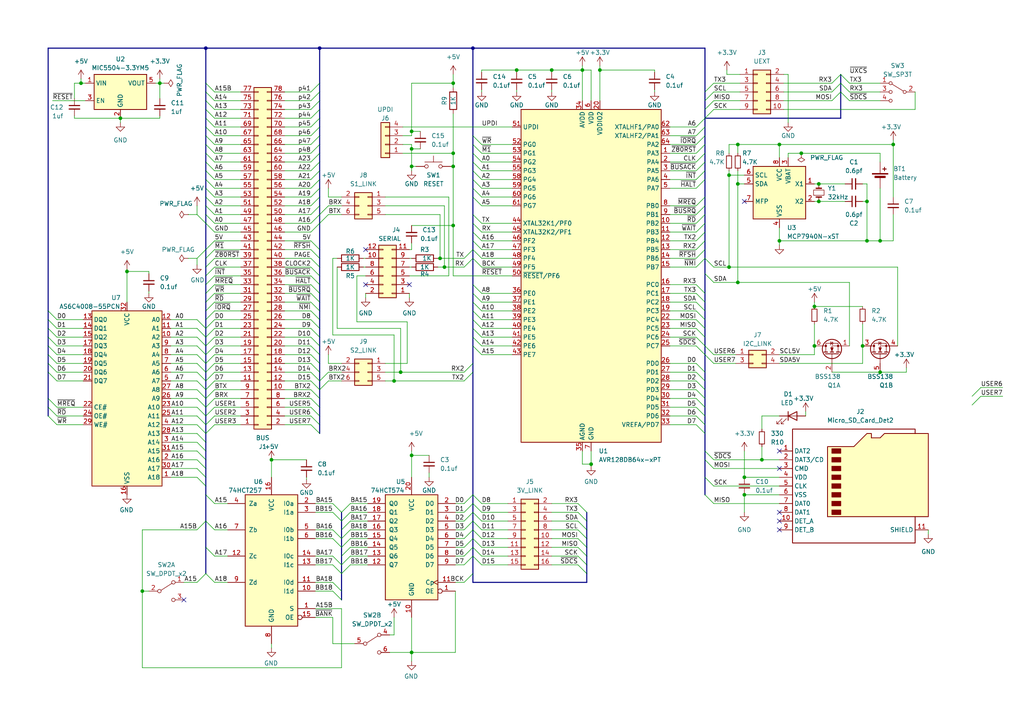
<source format=kicad_sch>
(kicad_sch (version 20230121) (generator eeschema)
  (paper "A4")
  (title_block (title "z80ctrl NG") (date "2023-12-14") (rev "REV1") (company "(C) 2023 J.B. Langston") (comment 1 "https://github.com/jblang/z80ctrl"))
  (junction (at 237.49 58.42))
  (junction (at 237.49 53.34))
  (junction (at 213.995 53.34))
  (junction (at 232.41 44.45))
  (junction (at 34.925 34.29))
  (junction (at 119.38 43.18))
  (junction (at 41.275 171.45))
  (junction (at 259.08 41.91))
  (junction (at 36.83 78.74))
  (junction (at 137.16 13.97))
  (junction (at 251.46 69.85))
  (junction (at 226.06 69.85))
  (junction (at 215.9 143.51))
  (junction (at 119.38 132.08))
  (junction (at 171.45 134.62))
  (junction (at 226.06 41.91))
  (junction (at 131.445 44.45))
  (junction (at 173.99 20.32))
  (junction (at 220.98 133.35))
  (junction (at 211.455 50.8))
  (junction (at 149.86 20.32))
  (junction (at 131.445 24.13))
  (junction (at 213.995 41.91))
  (junction (at 59.69 13.97))
  (junction (at 236.22 100.33))
  (junction (at 78.74 133.35))
  (junction (at 127.635 74.93))
  (junction (at 119.38 38.1))
  (junction (at 255.27 107.95))
  (junction (at 116.205 107.95))
  (junction (at 215.9 138.43))
  (junction (at 46.355 24.13))
  (junction (at 114.3 110.49))
  (junction (at 131.445 48.26))
  (junction (at 213.995 81.915))
  (junction (at 251.46 58.42))
  (junction (at 128.905 77.47))
  (junction (at 211.455 77.47))
  (junction (at 119.38 48.26))
  (junction (at 131.445 65.405))
  (junction (at 255.27 69.85))
  (junction (at 168.91 20.32))
  (junction (at 23.495 24.13))
  (junction (at 119.38 189.23))
  (junction (at 236.22 88.9))
  (junction (at 160.02 20.32))
  (junction (at 250.19 100.33))
  (junction (at 92.71 13.97))
  (no_connect (at 226.06 153.67))
  (no_connect (at 226.06 135.89))
  (no_connect (at 226.06 151.13))
  (no_connect (at 106.045 72.39))
  (no_connect (at 226.06 148.59))
  (no_connect (at 226.06 130.81))
  (no_connect (at 53.34 173.99))
  (no_connect (at 106.045 82.55))
  (no_connect (at 215.9 58.42))
  (no_connect (at 118.745 82.55))
  (bus_entry (at 204.47 85.09) (size -2.54 -2.54))
  (bus_entry (at 204.47 125.73) (size -2.54 -2.54))
  (bus_entry (at 59.69 120.65) (size 2.54 -2.54))
  (bus_entry (at 201.93 77.47) (size 2.54 -2.54))
  (bus_entry (at 59.69 82.55) (size 2.54 -2.54))
  (bus_entry (at 59.69 95.25) (size 2.54 -2.54))
  (bus_entry (at 137.16 72.39) (size -2.54 2.54))
  (bus_entry (at 62.23 153.67) (size -2.54 -2.54))
  (bus_entry (at 139.7 158.75) (size -2.54 -2.54))
  (bus_entry (at 57.15 74.93) (size 2.54 -2.54))
  (bus_entry (at 170.18 163.83) (size -2.54 -2.54))
  (bus_entry (at 16.51 105.41) (size -2.54 -2.54))
  (bus_entry (at 90.17 100.33) (size 2.54 2.54))
  (bus_entry (at 57.15 120.65) (size 2.54 2.54))
  (bus_entry (at 137.16 46.99) (size 2.54 2.54))
  (bus_entry (at 137.16 54.61) (size 2.54 2.54))
  (bus_entry (at 207.01 140.97) (size -2.54 -2.54))
  (bus_entry (at 139.7 161.29) (size -2.54 -2.54))
  (bus_entry (at 57.15 118.11) (size 2.54 2.54))
  (bus_entry (at 90.17 59.69) (size 2.54 -2.54))
  (bus_entry (at 99.06 166.37) (size -2.54 -2.54))
  (bus_entry (at 90.17 49.53) (size 2.54 -2.54))
  (bus_entry (at 13.97 115.57) (size 2.54 2.54))
  (bus_entry (at 139.7 163.83) (size -2.54 -2.54))
  (bus_entry (at 204.47 74.93) (size 2.54 2.54))
  (bus_entry (at 137.16 148.59) (size -2.54 2.54))
  (bus_entry (at 59.69 36.83) (size 2.54 2.54))
  (bus_entry (at 207.01 133.35) (size -2.54 -2.54))
  (bus_entry (at 57.15 62.23) (size 2.54 2.54))
  (bus_entry (at 201.93 49.53) (size 2.54 -2.54))
  (bus_entry (at 59.69 29.21) (size 2.54 2.54))
  (bus_entry (at 207.01 135.89) (size -2.54 -2.54))
  (bus_entry (at 92.71 113.03) (size 2.54 -2.54))
  (bus_entry (at 57.15 92.71) (size 2.54 2.54))
  (bus_entry (at 90.17 120.65) (size 2.54 2.54))
  (bus_entry (at 90.17 72.39) (size 2.54 2.54))
  (bus_entry (at 90.17 107.95) (size 2.54 2.54))
  (bus_entry (at 134.62 168.91) (size 2.54 -2.54))
  (bus_entry (at 204.47 123.19) (size -2.54 -2.54))
  (bus_entry (at 137.16 41.91) (size 2.54 2.54))
  (bus_entry (at 59.69 123.19) (size 2.54 -2.54))
  (bus_entry (at 59.69 133.35) (size -2.54 -2.54))
  (bus_entry (at 57.15 102.87) (size 2.54 2.54))
  (bus_entry (at 59.69 44.45) (size 2.54 2.54))
  (bus_entry (at 99.06 173.99) (size -2.54 -2.54))
  (bus_entry (at 204.47 100.33) (size -2.54 -2.54))
  (bus_entry (at 59.69 110.49) (size 2.54 -2.54))
  (bus_entry (at 204.47 110.49) (size -2.54 -2.54))
  (bus_entry (at 137.16 156.21) (size -2.54 2.54))
  (bus_entry (at 99.06 148.59) (size -2.54 -2.54))
  (bus_entry (at 90.17 97.79) (size 2.54 2.54))
  (bus_entry (at 137.16 146.05) (size -2.54 2.54))
  (bus_entry (at 57.15 97.79) (size 2.54 2.54))
  (bus_entry (at 204.47 102.87) (size -2.54 -2.54))
  (bus_entry (at 59.69 52.07) (size 2.54 2.54))
  (bus_entry (at 323.85 114.935) (size 2.54 2.54))
  (bus_entry (at 59.69 100.33) (size 2.54 -2.54))
  (bus_entry (at 57.15 123.19) (size 2.54 2.54))
  (bus_entry (at 137.16 90.17) (size 2.54 2.54))
  (bus_entry (at 134.62 110.49) (size 2.54 -2.54))
  (bus_entry (at 201.93 44.45) (size 2.54 -2.54))
  (bus_entry (at 170.18 156.21) (size -2.54 -2.54))
  (bus_entry (at 59.69 105.41) (size 2.54 -2.54))
  (bus_entry (at 241.3 24.13) (size 2.54 -2.54))
  (bus_entry (at 92.71 64.77) (size 2.54 -2.54))
  (bus_entry (at 137.16 64.77) (size 2.54 2.54))
  (bus_entry (at 59.69 31.75) (size 2.54 2.54))
  (bus_entry (at 57.15 153.67) (size 2.54 -2.54))
  (bus_entry (at 57.15 125.73) (size 2.54 2.54))
  (bus_entry (at 139.7 156.21) (size -2.54 -2.54))
  (bus_entry (at 137.16 69.85) (size 2.54 2.54))
  (bus_entry (at 170.18 148.59) (size -2.54 -2.54))
  (bus_entry (at 204.47 87.63) (size -2.54 -2.54))
  (bus_entry (at 16.51 95.25) (size -2.54 -2.54))
  (bus_entry (at 281.94 117.475) (size 2.54 -2.54))
  (bus_entry (at 101.6 163.83) (size -2.54 2.54))
  (bus_entry (at 57.15 168.91) (size 2.54 -2.54))
  (bus_entry (at 137.16 143.51) (size -2.54 2.54))
  (bus_entry (at 62.23 146.05) (size -2.54 -2.54))
  (bus_entry (at 101.6 146.05) (size -2.54 2.54))
  (bus_entry (at 59.69 62.23) (size 2.54 2.54))
  (bus_entry (at 59.69 125.73) (size 2.54 -2.54))
  (bus_entry (at 139.7 153.67) (size -2.54 -2.54))
  (bus_entry (at 99.06 158.75) (size -2.54 -2.54))
  (bus_entry (at 241.3 29.21) (size 2.54 -2.54))
  (bus_entry (at 137.16 62.23) (size 2.54 2.54))
  (bus_entry (at 59.69 49.53) (size 2.54 2.54))
  (bus_entry (at 57.15 95.25) (size 2.54 2.54))
  (bus_entry (at 201.93 64.77) (size 2.54 -2.54))
  (bus_entry (at 59.69 87.63) (size 2.54 -2.54))
  (bus_entry (at 90.17 105.41) (size 2.54 2.54))
  (bus_entry (at 137.16 39.37) (size 2.54 2.54))
  (bus_entry (at 90.17 74.93) (size 2.54 2.54))
  (bus_entry (at 99.06 163.83) (size -2.54 -2.54))
  (bus_entry (at 137.16 151.13) (size -2.54 2.54))
  (bus_entry (at 204.47 95.25) (size -2.54 -2.54))
  (bus_entry (at 137.16 95.25) (size 2.54 2.54))
  (bus_entry (at 59.69 90.17) (size 2.54 -2.54))
  (bus_entry (at 59.69 118.11) (size 2.54 -2.54))
  (bus_entry (at 90.17 85.09) (size 2.54 2.54))
  (bus_entry (at 137.16 87.63) (size 2.54 2.54))
  (bus_entry (at 90.17 39.37) (size 2.54 -2.54))
  (bus_entry (at 201.93 74.93) (size 2.54 -2.54))
  (bus_entry (at 13.97 120.65) (size 2.54 2.54))
  (bus_entry (at 204.47 97.79) (size -2.54 -2.54))
  (bus_entry (at 201.93 62.23) (size 2.54 -2.54))
  (bus_entry (at 90.17 67.31) (size 2.54 -2.54))
  (bus_entry (at 59.69 85.09) (size 2.54 -2.54))
  (bus_entry (at 99.06 171.45) (size -2.54 -2.54))
  (bus_entry (at 13.97 118.11) (size 2.54 2.54))
  (bus_entry (at 90.17 92.71) (size 2.54 2.54))
  (bus_entry (at 243.84 26.67) (size 2.54 2.54))
  (bus_entry (at 59.69 102.87) (size 2.54 -2.54))
  (bus_entry (at 90.17 95.25) (size 2.54 2.54))
  (bus_entry (at 57.15 110.49) (size 2.54 2.54))
  (bus_entry (at 90.17 26.67) (size 2.54 -2.54))
  (bus_entry (at 139.7 148.59) (size -2.54 -2.54))
  (bus_entry (at 16.51 92.71) (size -2.54 -2.54))
  (bus_entry (at 101.6 153.67) (size -2.54 2.54))
  (bus_entry (at 243.84 21.59) (size 2.54 2.54))
  (bus_entry (at 59.69 59.69) (size 2.54 2.54))
  (bus_entry (at 201.93 36.83) (size 2.54 -2.54))
  (bus_entry (at 201.93 39.37) (size 2.54 -2.54))
  (bus_entry (at 90.17 57.15) (size 2.54 -2.54))
  (bus_entry (at 204.47 143.51) (size 2.54 2.54))
  (bus_entry (at 90.17 64.77) (size 2.54 -2.54))
  (bus_entry (at 59.69 138.43) (size -2.54 -2.54))
  (bus_entry (at 90.17 118.11) (size 2.54 2.54))
  (bus_entry (at 137.16 85.09) (size 2.54 2.54))
  (bus_entry (at 90.17 87.63) (size 2.54 2.54))
  (bus_entry (at 59.69 115.57) (size 2.54 -2.54))
  (bus_entry (at 243.84 24.13) (size 2.54 2.54))
  (bus_entry (at 170.18 161.29) (size -2.54 -2.54))
  (bus_entry (at 170.18 153.67) (size -2.54 -2.54))
  (bus_entry (at 101.6 156.21) (size -2.54 2.54))
  (bus_entry (at 170.18 158.75) (size -2.54 -2.54))
  (bus_entry (at 101.6 161.29) (size -2.54 2.54))
  (bus_entry (at 90.17 52.07) (size 2.54 -2.54))
  (bus_entry (at 59.69 107.95) (size 2.54 -2.54))
  (bus_entry (at 90.17 34.29) (size 2.54 -2.54))
  (bus_entry (at 137.16 92.71) (size 2.54 2.54))
  (bus_entry (at 59.69 64.77) (size 2.54 2.54))
  (bus_entry (at 201.93 54.61) (size 2.54 -2.54))
  (bus_entry (at 99.06 151.13) (size -2.54 -2.54))
  (bus_entry (at 90.17 115.57) (size 2.54 2.54))
  (bus_entry (at 16.51 107.95) (size -2.54 -2.54))
  (bus_entry (at 16.51 110.49) (size -2.54 -2.54))
  (bus_entry (at 137.16 72.39) (size 2.54 2.54))
  (bus_entry (at 204.47 107.95) (size -2.54 -2.54))
  (bus_entry (at 201.93 69.85) (size 2.54 -2.54))
  (bus_entry (at 281.94 114.935) (size 2.54 -2.54))
  (bus_entry (at 201.93 59.69) (size 2.54 -2.54))
  (bus_entry (at 90.17 77.47) (size 2.54 2.54))
  (bus_entry (at 139.7 151.13) (size -2.54 -2.54))
  (bus_entry (at 90.17 113.03) (size 2.54 2.54))
  (bus_entry (at 204.47 26.67) (size 2.54 -2.54))
  (bus_entry (at 204.47 92.71) (size -2.54 -2.54))
  (bus_entry (at 90.17 80.01) (size 2.54 2.54))
  (bus_entry (at 137.16 82.55) (size 2.54 2.54))
  (bus_entry (at 201.93 46.99) (size 2.54 -2.54))
  (bus_entry (at 90.17 82.55) (size 2.54 2.54))
  (bus_entry (at 137.16 100.33) (size 2.54 2.54))
  (bus_entry (at 137.16 74.93) (size 2.54 2.54))
  (bus_entry (at 201.93 72.39) (size 2.54 -2.54))
  (bus_entry (at 137.16 161.29) (size -2.54 2.54))
  (bus_entry (at 90.17 110.49) (size 2.54 2.54))
  (bus_entry (at 101.6 158.75) (size -2.54 2.54))
  (bus_entry (at 139.7 146.05) (size -2.54 -2.54))
  (bus_entry (at 90.17 31.75) (size 2.54 -2.54))
  (bus_entry (at 90.17 46.99) (size 2.54 -2.54))
  (bus_entry (at 170.18 166.37) (size -2.54 -2.54))
  (bus_entry (at 90.17 123.19) (size 2.54 2.54))
  (bus_entry (at 204.47 118.11) (size -2.54 -2.54))
  (bus_entry (at 134.62 107.95) (size 2.54 -2.54))
  (bus_entry (at 16.51 102.87) (size -2.54 -2.54))
  (bus_entry (at 201.93 67.31) (size 2.54 -2.54))
  (bus_entry (at 204.47 79.375) (size 2.54 2.54))
  (bus_entry (at 59.69 26.67) (size 2.54 2.54))
  (bus_entry (at 137.16 153.67) (size -2.54 2.54))
  (bus_entry (at 59.69 46.99) (size 2.54 2.54))
  (bus_entry (at 59.69 34.29) (size 2.54 2.54))
  (bus_entry (at 137.16 74.93) (size -2.54 2.54))
  (bus_entry (at 59.69 39.37) (size 2.54 2.54))
  (bus_entry (at 59.69 74.93) (size 2.54 -2.54))
  (bus_entry (at 59.69 72.39) (size 2.54 -2.54))
  (bus_entry (at 62.23 161.29) (size -2.54 -2.54))
  (bus_entry (at 59.69 54.61) (size 2.54 2.54))
  (bus_entry (at 170.18 151.13) (size -2.54 -2.54))
  (bus_entry (at 59.69 41.91) (size 2.54 2.54))
  (bus_entry (at 90.17 62.23) (size 2.54 -2.54))
  (bus_entry (at 16.51 100.33) (size -2.54 -2.54))
  (bus_entry (at 204.47 113.03) (size -2.54 -2.54))
  (bus_entry (at 90.17 36.83) (size 2.54 -2.54))
  (bus_entry (at 204.47 115.57) (size -2.54 -2.54))
  (bus_entry (at 137.16 44.45) (size 2.54 2.54))
  (bus_entry (at 137.16 67.31) (size 2.54 2.54))
  (bus_entry (at 57.15 100.33) (size 2.54 2.54))
  (bus_entry (at 201.93 41.91) (size 2.54 -2.54))
  (bus_entry (at 204.47 29.21) (size 2.54 -2.54))
  (bus_entry (at 137.16 97.79) (size 2.54 2.54))
  (bus_entry (at 204.47 120.65) (size -2.54 -2.54))
  (bus_entry (at 241.3 26.67) (size 2.54 -2.54))
  (bus_entry (at 59.69 135.89) (size -2.54 -2.54))
  (bus_entry (at 59.69 92.71) (size 2.54 -2.54))
  (bus_entry (at 204.47 34.29) (size 2.54 -2.54))
  (bus_entry (at 59.69 24.13) (size 2.54 2.54))
  (bus_entry (at 101.6 151.13) (size -2.54 2.54))
  (bus_entry (at 57.15 105.41) (size 2.54 2.54))
  (bus_entry (at 59.69 80.01) (size 2.54 -2.54))
  (bus_entry (at 16.51 97.79) (size -2.54 -2.54))
  (bus_entry (at 90.17 102.87) (size 2.54 2.54))
  (bus_entry (at 90.17 41.91) (size 2.54 -2.54))
  (bus_entry (at 204.47 102.87) (size 2.54 2.54))
  (bus_entry (at 90.17 44.45) (size 2.54 -2.54))
  (bus_entry (at 90.17 29.21) (size 2.54 -2.54))
  (bus_entry (at 204.47 31.75) (size 2.54 -2.54))
  (bus_entry (at 137.16 49.53) (size 2.54 2.54))
  (bus_entry (at 59.69 113.03) (size 2.54 -2.54))
  (bus_entry (at 59.69 77.47) (size 2.54 -2.54))
  (bus_entry (at 137.16 57.15) (size 2.54 2.54))
  (bus_entry (at 90.17 69.85) (size 2.54 2.54))
  (bus_entry (at 204.47 90.17) (size -2.54 -2.54))
  (bus_entry (at 99.06 156.21) (size -2.54 -2.54))
  (bus_entry (at 57.15 128.27) (size 2.54 2.54))
  (bus_entry (at 137.16 158.75) (size -2.54 2.54))
  (bus_entry (at 137.16 52.07) (size 2.54 2.54))
  (bus_entry (at 59.69 57.15) (size 2.54 2.54))
  (bus_entry (at 57.15 107.95) (size 2.54 2.54))
  (bus_entry (at 323.85 112.395) (size 2.54 2.54))
  (bus_entry (at 59.69 140.97) (size -2.54 -2.54))
  (bus_entry (at 90.17 54.61) (size 2.54 -2.54))
  (bus_entry (at 57.15 113.03) (size 2.54 2.54))
  (bus_entry (at 90.17 90.17) (size 2.54 2.54))
  (bus_entry (at 201.93 52.07) (size 2.54 -2.54))
  (bus_entry (at 59.69 97.79) (size 2.54 -2.54))
  (bus_entry (at 57.15 115.57) (size 2.54 2.54))
  (bus_entry (at 62.23 168.91) (size -2.54 -2.54))
  (bus_entry (at 101.6 148.59) (size -2.54 2.54))
  (bus_entry (at 92.71 110.49) (size 2.54 -2.54))
  (bus_entry (at 204.47 100.33) (size 2.54 2.54))
  (bus_entry (at 92.71 62.23) (size 2.54 -2.54))
  (wire (pts (xy 132.08 146.05) (xy 134.62 146.05)))
  (wire (pts (xy 228.6 44.45) (xy 232.41 44.45)))
  (bus (pts (xy 59.69 140.97) (xy 59.69 143.51)))
  (wire (pts (xy 82.55 41.91) (xy 90.17 41.91)))
  (bus (pts (xy 137.16 64.77) (xy 137.16 62.23)))
  (wire (pts (xy 88.9 138.43) (xy 88.9 139.065)))
  (wire (pts (xy 215.9 53.34) (xy 213.995 53.34)))
  (bus (pts (xy 204.47 100.33) (xy 204.47 102.87)))
  (wire (pts (xy 62.23 82.55) (xy 69.85 82.55)))
  (bus (pts (xy 204.47 29.21) (xy 204.47 31.75)))
  (wire (pts (xy 284.48 114.935) (xy 290.83 114.935)))
  (wire (pts (xy 246.38 24.13) (xy 255.27 24.13)))
  (wire (pts (xy 139.7 59.69) (xy 148.59 59.69)))
  (wire (pts (xy 78.74 186.69) (xy 78.74 187.96)))
  (wire (pts (xy 91.44 163.83) (xy 96.52 163.83)))
  (wire (pts (xy 139.7 20.32) (xy 139.7 20.955)))
  (wire (pts (xy 250.19 53.34) (xy 251.46 53.34)))
  (wire (pts (xy 90.17 85.09) (xy 82.55 85.09)))
  (wire (pts (xy 160.02 158.75) (xy 167.64 158.75)))
  (wire (pts (xy 119.38 38.1) (xy 119.38 24.13)))
  (bus (pts (xy 170.18 161.29) (xy 170.18 158.75)))
  (wire (pts (xy 168.91 20.32) (xy 168.91 29.21)))
  (wire (pts (xy 16.51 118.11) (xy 24.13 118.11)))
  (wire (pts (xy 95.25 105.41) (xy 99.06 105.41)))
  (wire (pts (xy 90.17 90.17) (xy 82.55 90.17)))
  (wire (pts (xy 49.53 110.49) (xy 57.15 110.49)))
  (wire (pts (xy 82.55 69.85) (xy 90.17 69.85)))
  (wire (pts (xy 82.55 100.33) (xy 90.17 100.33)))
  (bus (pts (xy 137.16 107.95) (xy 137.16 143.51)))
  (wire (pts (xy 49.53 135.89) (xy 57.15 135.89)))
  (wire (pts (xy 226.06 102.87) (xy 236.22 102.87)))
  (bus (pts (xy 99.06 153.67) (xy 99.06 156.21)))
  (wire (pts (xy 95.25 102.87) (xy 95.25 105.41)))
  (bus (pts (xy 204.47 92.71) (xy 204.47 95.25)))
  (wire (pts (xy 62.23 67.31) (xy 69.85 67.31)))
  (wire (pts (xy 139.7 158.75) (xy 147.32 158.75)))
  (bus (pts (xy 204.47 118.11) (xy 204.47 120.65)))
  (wire (pts (xy 211.455 77.47) (xy 260.35 77.47)))
  (wire (pts (xy 118.745 74.93) (xy 119.38 74.93)))
  (wire (pts (xy 139.7 52.07) (xy 148.59 52.07)))
  (bus (pts (xy 13.97 100.33) (xy 13.97 102.87)))
  (wire (pts (xy 82.55 59.69) (xy 90.17 59.69)))
  (wire (pts (xy 237.49 58.42) (xy 245.11 58.42)))
  (wire (pts (xy 132.08 171.45) (xy 132.08 189.23)))
  (wire (pts (xy 131.445 24.13) (xy 131.445 25.4)))
  (bus (pts (xy 13.97 115.57) (xy 13.97 118.11)))
  (wire (pts (xy 127.635 74.93) (xy 134.62 74.93)))
  (wire (pts (xy 24.13 97.79) (xy 16.51 97.79)))
  (bus (pts (xy 59.69 29.21) (xy 59.69 31.75)))
  (bus (pts (xy 59.69 24.13) (xy 59.69 26.67)))
  (wire (pts (xy 62.23 26.67) (xy 69.85 26.67)))
  (wire (pts (xy 82.55 46.99) (xy 90.17 46.99)))
  (wire (pts (xy 46.355 33.655) (xy 46.355 34.29)))
  (wire (pts (xy 82.55 34.29) (xy 90.17 34.29)))
  (bus (pts (xy 59.69 113.03) (xy 59.69 115.57)))
  (wire (pts (xy 220.98 129.54) (xy 220.98 133.35)))
  (wire (pts (xy 241.3 107.95) (xy 255.27 107.95)))
  (bus (pts (xy 92.71 13.97) (xy 137.16 13.97)))
  (wire (pts (xy 173.99 20.32) (xy 189.865 20.32)))
  (wire (pts (xy 82.55 118.11) (xy 90.17 118.11)))
  (bus (pts (xy 92.71 41.91) (xy 92.71 44.45)))
  (wire (pts (xy 82.55 26.67) (xy 90.17 26.67)))
  (wire (pts (xy 220.98 124.46) (xy 220.98 120.65)))
  (wire (pts (xy 139.7 90.17) (xy 148.59 90.17)))
  (wire (pts (xy 111.76 105.41) (xy 118.11 105.41)))
  (bus (pts (xy 92.71 100.33) (xy 92.71 97.79)))
  (wire (pts (xy 62.23 36.83) (xy 69.85 36.83)))
  (wire (pts (xy 111.76 62.23) (xy 127.635 62.23)))
  (wire (pts (xy 259.08 40.64) (xy 259.08 41.91)))
  (wire (pts (xy 201.93 46.99) (xy 194.31 46.99)))
  (bus (pts (xy 13.97 13.97) (xy 59.69 13.97)))
  (bus (pts (xy 92.71 85.09) (xy 92.71 87.63)))
  (wire (pts (xy 116.84 41.91) (xy 119.38 41.91)))
  (wire (pts (xy 114.3 110.49) (xy 134.62 110.49)))
  (wire (pts (xy 194.31 120.65) (xy 201.93 120.65)))
  (wire (pts (xy 91.44 179.07) (xy 96.52 179.07)))
  (wire (pts (xy 194.31 95.25) (xy 201.93 95.25)))
  (wire (pts (xy 49.53 125.73) (xy 57.15 125.73)))
  (wire (pts (xy 97.79 77.47) (xy 97.79 95.25)))
  (wire (pts (xy 116.84 36.83) (xy 148.59 36.83)))
  (wire (pts (xy 236.22 53.34) (xy 237.49 53.34)))
  (bus (pts (xy 170.18 166.37) (xy 170.18 168.91)))
  (wire (pts (xy 82.55 57.15) (xy 90.17 57.15)))
  (wire (pts (xy 62.23 95.25) (xy 69.85 95.25)))
  (wire (pts (xy 95.25 59.69) (xy 99.06 59.69)))
  (bus (pts (xy 204.47 69.85) (xy 204.47 72.39)))
  (bus (pts (xy 99.06 158.75) (xy 99.06 161.29)))
  (wire (pts (xy 119.38 72.39) (xy 118.745 72.39)))
  (bus (pts (xy 92.71 34.29) (xy 92.71 36.83)))
  (bus (pts (xy 137.16 161.29) (xy 137.16 166.37)))
  (bus (pts (xy 137.16 82.55) (xy 137.16 85.09)))
  (wire (pts (xy 236.22 87.63) (xy 236.22 88.9)))
  (bus (pts (xy 59.69 158.75) (xy 59.69 166.37)))
  (bus (pts (xy 92.71 54.61) (xy 92.71 57.15)))
  (wire (pts (xy 211.455 50.8) (xy 211.455 77.47)))
  (wire (pts (xy 111.76 110.49) (xy 114.3 110.49)))
  (wire (pts (xy 127.635 62.23) (xy 127.635 74.93)))
  (wire (pts (xy 49.53 102.87) (xy 57.15 102.87)))
  (bus (pts (xy 204.47 44.45) (xy 204.47 46.99)))
  (bus (pts (xy 92.71 26.67) (xy 92.71 29.21)))
  (wire (pts (xy 210.82 20.32) (xy 210.82 21.59)))
  (wire (pts (xy 36.83 78.74) (xy 36.83 87.63)))
  (wire (pts (xy 139.7 100.33) (xy 148.59 100.33)))
  (wire (pts (xy 139.7 46.99) (xy 148.59 46.99)))
  (wire (pts (xy 236.22 88.9) (xy 250.19 88.9)))
  (bus (pts (xy 92.71 46.99) (xy 92.71 49.53)))
  (wire (pts (xy 82.55 74.93) (xy 90.17 74.93)))
  (wire (pts (xy 215.9 130.81) (xy 215.9 138.43)))
  (wire (pts (xy 90.17 72.39) (xy 82.55 72.39)))
  (bus (pts (xy 92.71 29.21) (xy 92.71 31.75)))
  (bus (pts (xy 59.69 143.51) (xy 59.69 151.13)))
  (wire (pts (xy 194.31 74.93) (xy 201.93 74.93)))
  (wire (pts (xy 251.46 58.42) (xy 251.46 53.34)))
  (wire (pts (xy 194.31 87.63) (xy 201.93 87.63)))
  (wire (pts (xy 103.505 80.01) (xy 103.505 93.345)))
  (wire (pts (xy 97.79 95.25) (xy 116.205 95.25)))
  (bus (pts (xy 59.69 39.37) (xy 59.69 41.91)))
  (wire (pts (xy 132.08 168.91) (xy 134.62 168.91)))
  (bus (pts (xy 137.16 49.53) (xy 137.16 52.07)))
  (bus (pts (xy 204.47 115.57) (xy 204.47 118.11)))
  (wire (pts (xy 160.02 161.29) (xy 167.64 161.29)))
  (wire (pts (xy 113.03 189.23) (xy 119.38 189.23)))
  (wire (pts (xy 139.7 64.77) (xy 148.59 64.77)))
  (wire (pts (xy 82.55 36.83) (xy 90.17 36.83)))
  (wire (pts (xy 160.02 20.32) (xy 168.91 20.32)))
  (bus (pts (xy 137.16 57.15) (xy 137.16 62.23)))
  (wire (pts (xy 62.23 29.21) (xy 69.85 29.21)))
  (wire (pts (xy 194.31 41.91) (xy 201.93 41.91)))
  (wire (pts (xy 194.31 36.83) (xy 201.93 36.83)))
  (wire (pts (xy 36.83 78.105) (xy 36.83 78.74)))
  (bus (pts (xy 99.06 156.21) (xy 99.06 158.75)))
  (wire (pts (xy 131.445 48.26) (xy 130.81 48.26)))
  (wire (pts (xy 116.84 39.37) (xy 119.38 39.37)))
  (bus (pts (xy 204.47 13.97) (xy 204.47 26.67)))
  (bus (pts (xy 137.16 74.93) (xy 137.16 72.39)))
  (wire (pts (xy 46.355 24.13) (xy 46.355 28.575)))
  (wire (pts (xy 82.55 123.19) (xy 90.17 123.19)))
  (wire (pts (xy 62.23 34.29) (xy 69.85 34.29)))
  (wire (pts (xy 189.865 26.035) (xy 189.865 26.67)))
  (wire (pts (xy 24.13 100.33) (xy 16.51 100.33)))
  (wire (pts (xy 207.01 146.05) (xy 226.06 146.05)))
  (wire (pts (xy 194.31 82.55) (xy 201.93 82.55)))
  (bus (pts (xy 59.69 13.97) (xy 59.69 24.13)))
  (wire (pts (xy 62.23 107.95) (xy 69.85 107.95)))
  (wire (pts (xy 114.3 97.155) (xy 114.3 110.49)))
  (bus (pts (xy 13.97 118.11) (xy 13.97 120.65)))
  (wire (pts (xy 62.23 110.49) (xy 69.85 110.49)))
  (wire (pts (xy 62.23 100.33) (xy 69.85 100.33)))
  (wire (pts (xy 62.23 92.71) (xy 69.85 92.71)))
  (wire (pts (xy 119.38 48.26) (xy 120.65 48.26)))
  (bus (pts (xy 59.69 31.75) (xy 59.69 34.29)))
  (wire (pts (xy 116.205 95.25) (xy 116.205 107.95)))
  (bus (pts (xy 92.71 90.17) (xy 92.71 92.71)))
  (wire (pts (xy 49.53 95.25) (xy 57.15 95.25)))
  (bus (pts (xy 92.71 74.93) (xy 92.71 77.47)))
  (bus (pts (xy 59.69 36.83) (xy 59.69 39.37)))
  (wire (pts (xy 99.06 176.53) (xy 99.06 193.675)))
  (wire (pts (xy 90.17 80.01) (xy 82.55 80.01)))
  (wire (pts (xy 130.175 80.01) (xy 118.745 80.01)))
  (wire (pts (xy 105.41 77.47) (xy 106.045 77.47)))
  (wire (pts (xy 139.7 57.15) (xy 148.59 57.15)))
  (wire (pts (xy 49.53 120.65) (xy 57.15 120.65)))
  (wire (pts (xy 139.7 146.05) (xy 147.32 146.05)))
  (bus (pts (xy 59.69 44.45) (xy 59.69 46.99)))
  (wire (pts (xy 95.25 62.23) (xy 99.06 62.23)))
  (wire (pts (xy 54.61 62.23) (xy 57.15 62.23)))
  (bus (pts (xy 59.69 59.69) (xy 59.69 62.23)))
  (bus (pts (xy 59.69 77.47) (xy 59.69 80.01)))
  (bus (pts (xy 137.16 151.13) (xy 137.16 153.67)))
  (wire (pts (xy 62.23 54.61) (xy 69.85 54.61)))
  (wire (pts (xy 43.18 78.74) (xy 43.18 79.375)))
  (bus (pts (xy 204.47 59.69) (xy 204.47 62.23)))
  (wire (pts (xy 49.53 130.81) (xy 57.15 130.81)))
  (wire (pts (xy 124.46 137.16) (xy 124.46 138.43)))
  (bus (pts (xy 59.69 133.35) (xy 59.69 135.89)))
  (bus (pts (xy 137.16 95.25) (xy 137.16 92.71)))
  (wire (pts (xy 194.31 105.41) (xy 201.93 105.41)))
  (wire (pts (xy 24.13 107.95) (xy 16.51 107.95)))
  (wire (pts (xy 82.55 39.37) (xy 90.17 39.37)))
  (wire (pts (xy 41.275 153.67) (xy 57.15 153.67)))
  (bus (pts (xy 92.71 92.71) (xy 92.71 95.25)))
  (bus (pts (xy 59.69 87.63) (xy 59.69 90.17)))
  (wire (pts (xy 226.06 105.41) (xy 250.19 105.41)))
  (bus (pts (xy 59.69 105.41) (xy 59.69 107.95)))
  (wire (pts (xy 41.275 193.675) (xy 99.06 193.675)))
  (wire (pts (xy 24.13 105.41) (xy 16.51 105.41)))
  (bus (pts (xy 243.84 24.13) (xy 243.84 26.67)))
  (bus (pts (xy 59.69 49.53) (xy 59.69 52.07)))
  (wire (pts (xy 237.49 53.34) (xy 245.11 53.34)))
  (bus (pts (xy 137.16 158.75) (xy 137.16 161.29)))
  (bus (pts (xy 92.71 82.55) (xy 92.71 85.09)))
  (wire (pts (xy 49.53 133.35) (xy 57.15 133.35)))
  (bus (pts (xy 204.47 133.35) (xy 204.47 138.43)))
  (wire (pts (xy 251.46 58.42) (xy 250.19 58.42)))
  (wire (pts (xy 62.23 77.47) (xy 69.85 77.47)))
  (bus (pts (xy 59.69 95.25) (xy 59.69 97.79)))
  (bus (pts (xy 137.16 148.59) (xy 137.16 151.13)))
  (bus (pts (xy 59.69 128.27) (xy 59.69 130.81)))
  (wire (pts (xy 62.23 120.65) (xy 69.85 120.65)))
  (wire (pts (xy 49.53 92.71) (xy 57.15 92.71)))
  (wire (pts (xy 132.08 148.59) (xy 134.62 148.59)))
  (bus (pts (xy 59.69 54.61) (xy 59.69 57.15)))
  (wire (pts (xy 91.44 156.21) (xy 96.52 156.21)))
  (bus (pts (xy 92.71 57.15) (xy 92.71 59.69)))
  (wire (pts (xy 130.175 57.15) (xy 130.175 80.01)))
  (wire (pts (xy 95.25 110.49) (xy 99.06 110.49)))
  (wire (pts (xy 149.86 20.32) (xy 160.02 20.32)))
  (wire (pts (xy 131.445 65.405) (xy 131.445 80.01)))
  (wire (pts (xy 132.08 161.29) (xy 134.62 161.29)))
  (bus (pts (xy 59.69 46.99) (xy 59.69 49.53)))
  (bus (pts (xy 204.47 39.37) (xy 204.47 41.91)))
  (bus (pts (xy 170.18 156.21) (xy 170.18 153.67)))
  (wire (pts (xy 201.93 52.07) (xy 194.31 52.07)))
  (bus (pts (xy 59.69 41.91) (xy 59.69 44.45)))
  (wire (pts (xy 132.08 189.23) (xy 119.38 189.23)))
  (wire (pts (xy 194.31 69.85) (xy 201.93 69.85)))
  (bus (pts (xy 204.47 49.53) (xy 204.47 52.07)))
  (wire (pts (xy 132.08 151.13) (xy 134.62 151.13)))
  (wire (pts (xy 194.31 123.19) (xy 201.93 123.19)))
  (wire (pts (xy 82.55 97.79) (xy 90.17 97.79)))
  (wire (pts (xy 41.275 171.45) (xy 41.275 193.675)))
  (bus (pts (xy 137.16 100.33) (xy 137.16 105.41)))
  (wire (pts (xy 171.45 134.62) (xy 171.45 135.255)))
  (wire (pts (xy 62.23 64.77) (xy 69.85 64.77)))
  (wire (pts (xy 194.31 77.47) (xy 201.93 77.47)))
  (bus (pts (xy 92.71 102.87) (xy 92.71 100.33)))
  (wire (pts (xy 132.08 163.83) (xy 134.62 163.83)))
  (bus (pts (xy 59.69 26.67) (xy 59.69 29.21)))
  (wire (pts (xy 211.455 49.53) (xy 211.455 50.8)))
  (bus (pts (xy 92.71 44.45) (xy 92.71 46.99)))
  (wire (pts (xy 139.7 74.93) (xy 148.59 74.93)))
  (bus (pts (xy 92.71 49.53) (xy 92.71 52.07)))
  (wire (pts (xy 47.625 24.13) (xy 46.355 24.13)))
  (wire (pts (xy 119.38 132.08) (xy 119.38 138.43)))
  (bus (pts (xy 59.69 107.95) (xy 59.69 110.49)))
  (bus (pts (xy 59.69 85.09) (xy 59.69 87.63)))
  (wire (pts (xy 49.53 105.41) (xy 57.15 105.41)))
  (wire (pts (xy 194.31 39.37) (xy 201.93 39.37)))
  (bus (pts (xy 204.47 120.65) (xy 204.47 123.19)))
  (wire (pts (xy 91.44 153.67) (xy 96.52 153.67)))
  (wire (pts (xy 62.23 115.57) (xy 69.85 115.57)))
  (wire (pts (xy 62.23 97.79) (xy 69.85 97.79)))
  (bus (pts (xy 204.47 34.29) (xy 243.84 34.29)))
  (wire (pts (xy 24.13 95.25) (xy 16.51 95.25)))
  (bus (pts (xy 204.47 36.83) (xy 204.47 39.37)))
  (wire (pts (xy 139.7 72.39) (xy 148.59 72.39)))
  (wire (pts (xy 91.44 146.05) (xy 96.52 146.05)))
  (wire (pts (xy 96.52 74.93) (xy 96.52 97.155)))
  (wire (pts (xy 78.74 133.35) (xy 88.9 133.35)))
  (bus (pts (xy 99.06 148.59) (xy 99.06 151.13)))
  (wire (pts (xy 207.01 105.41) (xy 213.36 105.41)))
  (wire (pts (xy 106.045 80.01) (xy 103.505 80.01)))
  (bus (pts (xy 92.71 52.07) (xy 92.71 54.61)))
  (wire (pts (xy 82.55 113.03) (xy 90.17 113.03)))
  (bus (pts (xy 204.47 90.17) (xy 204.47 92.71)))
  (wire (pts (xy 207.01 102.87) (xy 213.36 102.87)))
  (bus (pts (xy 137.16 44.45) (xy 137.16 46.99)))
  (wire (pts (xy 139.7 102.87) (xy 148.59 102.87)))
  (wire (pts (xy 259.08 62.23) (xy 259.08 69.85)))
  (wire (pts (xy 62.23 90.17) (xy 69.85 90.17)))
  (wire (pts (xy 139.7 69.85) (xy 148.59 69.85)))
  (wire (pts (xy 36.83 78.74) (xy 43.18 78.74)))
  (bus (pts (xy 59.69 52.07) (xy 59.69 54.61)))
  (wire (pts (xy 118.11 105.41) (xy 118.11 93.345)))
  (wire (pts (xy 106.68 151.13) (xy 101.6 151.13)))
  (wire (pts (xy 16.51 123.19) (xy 24.13 123.19)))
  (wire (pts (xy 131.445 48.26) (xy 131.445 65.405)))
  (wire (pts (xy 139.7 54.61) (xy 148.59 54.61)))
  (wire (pts (xy 303.53 112.395) (xy 323.85 112.395)))
  (wire (pts (xy 220.98 120.65) (xy 226.06 120.65)))
  (wire (pts (xy 62.23 69.85) (xy 69.85 69.85)))
  (wire (pts (xy 21.59 34.29) (xy 34.925 34.29)))
  (bus (pts (xy 204.47 74.93) (xy 204.47 72.39)))
  (bus (pts (xy 92.71 120.65) (xy 92.71 123.19)))
  (wire (pts (xy 62.23 118.11) (xy 69.85 118.11)))
  (bus (pts (xy 92.71 87.63) (xy 92.71 90.17)))
  (wire (pts (xy 168.91 134.62) (xy 171.45 134.62)))
  (wire (pts (xy 128.905 59.69) (xy 128.905 77.47)))
  (wire (pts (xy 227.33 29.21) (xy 241.3 29.21)))
  (bus (pts (xy 92.71 36.83) (xy 92.71 39.37)))
  (wire (pts (xy 236.22 93.98) (xy 236.22 100.33)))
  (wire (pts (xy 62.23 59.69) (xy 69.85 59.69)))
  (wire (pts (xy 194.31 72.39) (xy 201.93 72.39)))
  (bus (pts (xy 137.16 74.93) (xy 137.16 82.55)))
  (wire (pts (xy 132.08 153.67) (xy 134.62 153.67)))
  (bus (pts (xy 170.18 166.37) (xy 170.18 163.83)))
  (bus (pts (xy 170.18 153.67) (xy 170.18 151.13)))
  (wire (pts (xy 34.925 34.29) (xy 34.925 35.56)))
  (bus (pts (xy 92.71 113.03) (xy 92.71 115.57)))
  (wire (pts (xy 54.61 74.93) (xy 57.15 74.93)))
  (bus (pts (xy 13.97 90.17) (xy 13.97 92.71)))
  (bus (pts (xy 92.71 118.11) (xy 92.71 120.65)))
  (wire (pts (xy 160.02 26.035) (xy 160.02 26.67)))
  (wire (pts (xy 173.99 19.05) (xy 173.99 20.32)))
  (wire (pts (xy 62.23 52.07) (xy 69.85 52.07)))
  (wire (pts (xy 207.01 26.67) (xy 214.63 26.67)))
  (wire (pts (xy 21.59 24.13) (xy 21.59 28.575)))
  (bus (pts (xy 137.16 168.91) (xy 137.16 166.37)))
  (wire (pts (xy 45.085 24.13) (xy 46.355 24.13)))
  (wire (pts (xy 15.24 29.21) (xy 24.765 29.21)))
  (wire (pts (xy 106.045 85.09) (xy 106.045 86.36)))
  (wire (pts (xy 220.98 133.35) (xy 226.06 133.35)))
  (wire (pts (xy 228.6 21.59) (xy 227.33 21.59)))
  (wire (pts (xy 46.355 24.13) (xy 46.355 22.86)))
  (wire (pts (xy 82.55 107.95) (xy 90.17 107.95)))
  (bus (pts (xy 59.69 74.93) (xy 59.69 77.47)))
  (bus (pts (xy 204.47 123.19) (xy 204.47 125.73)))
  (wire (pts (xy 78.74 133.35) (xy 78.74 138.43)))
  (bus (pts (xy 13.97 102.87) (xy 13.97 105.41)))
  (wire (pts (xy 139.7 67.31) (xy 148.59 67.31)))
  (bus (pts (xy 92.71 97.79) (xy 92.71 95.25)))
  (wire (pts (xy 160.02 153.67) (xy 167.64 153.67)))
  (wire (pts (xy 62.23 31.75) (xy 69.85 31.75)))
  (wire (pts (xy 21.59 33.655) (xy 21.59 34.29)))
  (wire (pts (xy 95.25 107.95) (xy 99.06 107.95)))
  (wire (pts (xy 139.7 85.09) (xy 148.59 85.09)))
  (bus (pts (xy 204.47 74.93) (xy 204.47 79.375)))
  (wire (pts (xy 119.38 65.405) (xy 131.445 65.405)))
  (wire (pts (xy 255.27 107.95) (xy 262.89 107.95)))
  (wire (pts (xy 106.68 158.75) (xy 101.6 158.75)))
  (wire (pts (xy 111.76 57.15) (xy 130.175 57.15)))
  (bus (pts (xy 92.71 72.39) (xy 92.71 74.93)))
  (wire (pts (xy 194.31 85.09) (xy 201.93 85.09)))
  (bus (pts (xy 13.97 105.41) (xy 13.97 107.95)))
  (bus (pts (xy 204.47 34.29) (xy 204.47 36.83)))
  (bus (pts (xy 137.16 90.17) (xy 137.16 87.63)))
  (wire (pts (xy 82.55 105.41) (xy 90.17 105.41)))
  (wire (pts (xy 82.55 29.21) (xy 90.17 29.21)))
  (wire (pts (xy 194.31 100.33) (xy 201.93 100.33)))
  (bus (pts (xy 92.71 77.47) (xy 92.71 80.01)))
  (wire (pts (xy 226.06 66.04) (xy 226.06 69.85)))
  (wire (pts (xy 62.23 39.37) (xy 69.85 39.37)))
  (bus (pts (xy 59.69 57.15) (xy 59.69 59.69)))
  (wire (pts (xy 236.22 58.42) (xy 237.49 58.42)))
  (bus (pts (xy 204.47 95.25) (xy 204.47 97.79)))
  (wire (pts (xy 149.86 26.035) (xy 149.86 26.67)))
  (wire (pts (xy 213.995 81.915) (xy 246.38 81.915)))
  (bus (pts (xy 59.69 151.13) (xy 59.69 158.75)))
  (bus (pts (xy 13.97 92.71) (xy 13.97 95.25)))
  (wire (pts (xy 213.995 41.91) (xy 213.995 44.45)))
  (wire (pts (xy 127 77.47) (xy 128.905 77.47)))
  (wire (pts (xy 246.38 81.915) (xy 246.38 100.33)))
  (wire (pts (xy 82.55 95.25) (xy 90.17 95.25)))
  (wire (pts (xy 106.68 163.83) (xy 101.6 163.83)))
  (wire (pts (xy 228.6 35.56) (xy 228.6 21.59)))
  (wire (pts (xy 227.33 24.13) (xy 241.3 24.13)))
  (wire (pts (xy 194.31 64.77) (xy 201.93 64.77)))
  (wire (pts (xy 207.01 81.915) (xy 213.995 81.915)))
  (bus (pts (xy 137.16 156.21) (xy 137.16 158.75)))
  (wire (pts (xy 269.24 153.67) (xy 269.24 154.94)))
  (bus (pts (xy 137.16 52.07) (xy 137.16 54.61)))
  (bus (pts (xy 204.47 107.95) (xy 204.47 110.49)))
  (bus (pts (xy 137.16 97.79) (xy 137.16 95.25)))
  (wire (pts (xy 118.745 77.47) (xy 119.38 77.47)))
  (bus (pts (xy 92.71 110.49) (xy 92.71 113.03)))
  (wire (pts (xy 24.13 102.87) (xy 16.51 102.87)))
  (wire (pts (xy 284.48 112.395) (xy 290.83 112.395)))
  (wire (pts (xy 194.31 97.79) (xy 201.93 97.79)))
  (wire (pts (xy 111.76 59.69) (xy 128.905 59.69)))
  (wire (pts (xy 62.23 146.05) (xy 66.04 146.05)))
  (wire (pts (xy 246.38 29.21) (xy 255.27 29.21)))
  (wire (pts (xy 62.23 80.01) (xy 69.85 80.01)))
  (wire (pts (xy 90.17 82.55) (xy 82.55 82.55)))
  (wire (pts (xy 246.38 26.67) (xy 255.27 26.67)))
  (bus (pts (xy 137.16 69.85) (xy 137.16 67.31)))
  (wire (pts (xy 194.31 90.17) (xy 201.93 90.17)))
  (wire (pts (xy 139.7 148.59) (xy 147.32 148.59)))
  (bus (pts (xy 204.47 64.77) (xy 204.47 67.31)))
  (wire (pts (xy 194.31 92.71) (xy 201.93 92.71)))
  (wire (pts (xy 251.46 69.85) (xy 255.27 69.85)))
  (bus (pts (xy 13.97 97.79) (xy 13.97 100.33)))
  (wire (pts (xy 213.995 53.34) (xy 213.995 81.915)))
  (bus (pts (xy 204.47 113.03) (xy 204.47 115.57)))
  (wire (pts (xy 189.865 20.32) (xy 189.865 20.955)))
  (wire (pts (xy 82.55 77.47) (xy 90.17 77.47)))
  (bus (pts (xy 99.06 163.83) (xy 99.06 166.37)))
  (wire (pts (xy 118.745 85.09) (xy 118.745 86.36)))
  (wire (pts (xy 96.52 179.07) (xy 96.52 186.69)))
  (wire (pts (xy 106.68 148.59) (xy 101.6 148.59)))
  (wire (pts (xy 259.08 57.15) (xy 259.08 41.91)))
  (bus (pts (xy 99.06 161.29) (xy 99.06 163.83)))
  (bus (pts (xy 59.69 123.19) (xy 59.69 125.73)))
  (bus (pts (xy 59.69 34.29) (xy 59.69 36.83)))
  (wire (pts (xy 251.46 69.85) (xy 251.46 58.42)))
  (wire (pts (xy 168.91 19.05) (xy 168.91 20.32)))
  (wire (pts (xy 90.17 87.63) (xy 82.55 87.63)))
  (wire (pts (xy 91.44 176.53) (xy 99.06 176.53)))
  (wire (pts (xy 213.995 49.53) (xy 213.995 53.34)))
  (wire (pts (xy 207.01 140.97) (xy 226.06 140.97)))
  (wire (pts (xy 97.79 74.93) (xy 96.52 74.93)))
  (wire (pts (xy 194.31 110.49) (xy 201.93 110.49)))
  (bus (pts (xy 92.71 59.69) (xy 92.71 62.23)))
  (wire (pts (xy 62.23 123.19) (xy 69.85 123.19)))
  (bus (pts (xy 204.47 41.91) (xy 204.47 44.45)))
  (wire (pts (xy 139.7 95.25) (xy 148.59 95.25)))
  (bus (pts (xy 204.47 97.79) (xy 204.47 100.33)))
  (wire (pts (xy 139.7 44.45) (xy 148.59 44.45)))
  (bus (pts (xy 59.69 80.01) (xy 59.69 82.55)))
  (wire (pts (xy 49.53 97.79) (xy 57.15 97.79)))
  (wire (pts (xy 16.51 120.65) (xy 24.13 120.65)))
  (bus (pts (xy 137.16 13.97) (xy 204.47 13.97)))
  (wire (pts (xy 62.23 161.29) (xy 66.04 161.29)))
  (bus (pts (xy 92.71 13.97) (xy 92.71 24.13)))
  (wire (pts (xy 201.93 44.45) (xy 194.31 44.45)))
  (wire (pts (xy 119.38 24.13) (xy 131.445 24.13)))
  (wire (pts (xy 201.93 59.69) (xy 194.31 59.69)))
  (bus (pts (xy 92.71 105.41) (xy 92.71 107.95)))
  (wire (pts (xy 119.38 43.18) (xy 121.92 43.18)))
  (bus (pts (xy 137.16 143.51) (xy 137.16 146.05)))
  (bus (pts (xy 59.69 135.89) (xy 59.69 138.43)))
  (bus (pts (xy 204.47 102.87) (xy 204.47 107.95)))
  (bus (pts (xy 137.16 67.31) (xy 137.16 64.77)))
  (wire (pts (xy 113.03 184.15) (xy 114.3 184.15)))
  (wire (pts (xy 171.45 20.32) (xy 168.91 20.32)))
  (wire (pts (xy 62.23 168.91) (xy 66.04 168.91)))
  (wire (pts (xy 171.45 20.32) (xy 171.45 29.21)))
  (wire (pts (xy 139.7 97.79) (xy 148.59 97.79)))
  (wire (pts (xy 227.33 31.75) (xy 265.43 31.75)))
  (wire (pts (xy 82.55 44.45) (xy 90.17 44.45)))
  (wire (pts (xy 82.55 52.07) (xy 90.17 52.07)))
  (wire (pts (xy 131.445 80.01) (xy 148.59 80.01)))
  (wire (pts (xy 106.68 156.21) (xy 101.6 156.21)))
  (wire (pts (xy 207.01 135.89) (xy 226.06 135.89)))
  (bus (pts (xy 92.71 82.55) (xy 92.71 80.01)))
  (bus (pts (xy 204.47 67.31) (xy 204.47 69.85)))
  (wire (pts (xy 62.23 49.53) (xy 69.85 49.53)))
  (wire (pts (xy 62.23 74.93) (xy 69.85 74.93)))
  (bus (pts (xy 99.06 173.99) (xy 99.06 171.45)))
  (bus (pts (xy 59.69 90.17) (xy 59.69 92.71)))
  (wire (pts (xy 128.905 77.47) (xy 134.62 77.47)))
  (wire (pts (xy 226.06 41.91) (xy 226.06 45.72)))
  (wire (pts (xy 119.38 39.37) (xy 119.38 38.1)))
  (wire (pts (xy 139.7 163.83) (xy 147.32 163.83)))
  (bus (pts (xy 204.47 85.09) (xy 204.47 87.63)))
  (bus (pts (xy 137.16 72.39) (xy 137.16 69.85)))
  (bus (pts (xy 92.71 64.77) (xy 92.71 72.39)))
  (bus (pts (xy 204.47 79.375) (xy 204.47 85.09)))
  (bus (pts (xy 204.47 62.23) (xy 204.47 64.77)))
  (wire (pts (xy 194.31 67.31) (xy 201.93 67.31)))
  (wire (pts (xy 82.55 62.23) (xy 90.17 62.23)))
  (bus (pts (xy 204.47 130.81) (xy 204.47 133.35)))
  (wire (pts (xy 215.9 143.51) (xy 215.9 148.59)))
  (bus (pts (xy 137.16 41.91) (xy 137.16 44.45)))
  (wire (pts (xy 91.44 171.45) (xy 96.52 171.45)))
  (wire (pts (xy 194.31 118.11) (xy 201.93 118.11)))
  (bus (pts (xy 99.06 151.13) (xy 99.06 153.67)))
  (wire (pts (xy 194.31 107.95) (xy 201.93 107.95)))
  (wire (pts (xy 82.55 64.77) (xy 90.17 64.77)))
  (wire (pts (xy 103.505 93.345) (xy 118.11 93.345)))
  (wire (pts (xy 119.38 130.81) (xy 119.38 132.08)))
  (bus (pts (xy 204.47 26.67) (xy 204.47 29.21)))
  (bus (pts (xy 204.47 110.49) (xy 204.47 113.03)))
  (wire (pts (xy 82.55 120.65) (xy 90.17 120.65)))
  (bus (pts (xy 137.16 46.99) (xy 137.16 49.53)))
  (wire (pts (xy 119.38 70.485) (xy 119.38 72.39)))
  (wire (pts (xy 207.01 133.35) (xy 220.98 133.35)))
  (wire (pts (xy 255.27 44.45) (xy 255.27 46.99)))
  (wire (pts (xy 160.02 163.83) (xy 167.64 163.83)))
  (wire (pts (xy 23.495 22.86) (xy 23.495 24.13)))
  (bus (pts (xy 59.69 13.97) (xy 92.71 13.97)))
  (wire (pts (xy 226.06 69.85) (xy 226.06 71.12)))
  (wire (pts (xy 21.59 24.13) (xy 23.495 24.13)))
  (wire (pts (xy 132.08 158.75) (xy 134.62 158.75)))
  (wire (pts (xy 201.93 49.53) (xy 194.31 49.53)))
  (wire (pts (xy 116.84 44.45) (xy 131.445 44.45)))
  (wire (pts (xy 49.53 128.27) (xy 57.15 128.27)))
  (bus (pts (xy 137.16 85.09) (xy 137.16 87.63)))
  (wire (pts (xy 106.68 153.67) (xy 101.6 153.67)))
  (bus (pts (xy 92.71 62.23) (xy 92.71 64.77)))
  (wire (pts (xy 211.455 44.45) (xy 211.455 41.91)))
  (wire (pts (xy 119.38 132.08) (xy 124.46 132.08)))
  (bus (pts (xy 13.97 95.25) (xy 13.97 97.79)))
  (wire (pts (xy 139.7 87.63) (xy 148.59 87.63)))
  (wire (pts (xy 215.9 138.43) (xy 226.06 138.43)))
  (wire (pts (xy 23.495 24.13) (xy 24.765 24.13)))
  (wire (pts (xy 171.45 130.81) (xy 171.45 134.62)))
  (wire (pts (xy 43.18 84.455) (xy 43.18 85.09)))
  (wire (pts (xy 131.445 33.02) (xy 131.445 44.45)))
  (wire (pts (xy 82.55 115.57) (xy 90.17 115.57)))
  (wire (pts (xy 82.55 92.71) (xy 90.17 92.71)))
  (wire (pts (xy 213.995 41.91) (xy 226.06 41.91)))
  (wire (pts (xy 41.275 171.45) (xy 43.18 171.45)))
  (wire (pts (xy 226.06 143.51) (xy 215.9 143.51)))
  (wire (pts (xy 82.55 67.31) (xy 90.17 67.31)))
  (bus (pts (xy 59.69 125.73) (xy 59.69 128.27)))
  (wire (pts (xy 57.15 74.93) (xy 57.15 76.835)))
  (wire (pts (xy 82.55 102.87) (xy 90.17 102.87)))
  (bus (pts (xy 92.71 24.13) (xy 92.71 26.67)))
  (wire (pts (xy 131.445 44.45) (xy 131.445 48.26)))
  (bus (pts (xy 137.16 39.37) (xy 137.16 41.91)))
  (wire (pts (xy 82.55 110.49) (xy 90.17 110.49)))
  (bus (pts (xy 59.69 97.79) (xy 59.69 100.33)))
  (wire (pts (xy 82.55 49.53) (xy 90.17 49.53)))
  (bus (pts (xy 137.16 105.41) (xy 137.16 107.95)))
  (wire (pts (xy 139.7 153.67) (xy 147.32 153.67)))
  (wire (pts (xy 160.02 151.13) (xy 167.64 151.13)))
  (bus (pts (xy 204.47 31.75) (xy 204.47 34.29)))
  (wire (pts (xy 139.7 26.035) (xy 139.7 26.67)))
  (wire (pts (xy 49.53 100.33) (xy 57.15 100.33)))
  (wire (pts (xy 24.13 110.49) (xy 16.51 110.49)))
  (wire (pts (xy 139.7 20.32) (xy 149.86 20.32)))
  (bus (pts (xy 59.69 100.33) (xy 59.69 102.87)))
  (bus (pts (xy 170.18 151.13) (xy 170.18 148.59)))
  (wire (pts (xy 105.41 74.93) (xy 106.045 74.93)))
  (bus (pts (xy 59.69 138.43) (xy 59.69 140.97)))
  (wire (pts (xy 49.53 107.95) (xy 57.15 107.95)))
  (wire (pts (xy 207.01 31.75) (xy 214.63 31.75)))
  (bus (pts (xy 59.69 115.57) (xy 59.69 118.11)))
  (wire (pts (xy 106.68 146.05) (xy 101.6 146.05)))
  (wire (pts (xy 139.7 156.21) (xy 147.32 156.21)))
  (wire (pts (xy 62.23 46.99) (xy 69.85 46.99)))
  (wire (pts (xy 62.23 105.41) (xy 69.85 105.41)))
  (wire (pts (xy 149.86 20.32) (xy 149.86 20.955)))
  (bus (pts (xy 204.47 87.63) (xy 204.47 90.17)))
  (wire (pts (xy 210.82 21.59) (xy 214.63 21.59)))
  (wire (pts (xy 255.27 54.61) (xy 255.27 69.85)))
  (wire (pts (xy 131.445 21.59) (xy 131.445 24.13)))
  (bus (pts (xy 137.16 146.05) (xy 137.16 148.59)))
  (wire (pts (xy 95.25 54.61) (xy 95.25 57.15)))
  (wire (pts (xy 201.93 54.61) (xy 194.31 54.61)))
  (wire (pts (xy 111.76 107.95) (xy 116.205 107.95)))
  (wire (pts (xy 49.53 118.11) (xy 57.15 118.11)))
  (wire (pts (xy 82.55 31.75) (xy 90.17 31.75)))
  (wire (pts (xy 201.93 62.23) (xy 194.31 62.23)))
  (wire (pts (xy 139.7 77.47) (xy 148.59 77.47)))
  (bus (pts (xy 204.47 52.07) (xy 204.47 57.15)))
  (bus (pts (xy 13.97 107.95) (xy 13.97 115.57)))
  (bus (pts (xy 59.69 118.11) (xy 59.69 120.65)))
  (wire (pts (xy 57.15 59.69) (xy 57.15 62.23)))
  (wire (pts (xy 119.38 179.07) (xy 119.38 189.23)))
  (wire (pts (xy 91.44 148.59) (xy 96.52 148.59)))
  (wire (pts (xy 49.53 123.19) (xy 57.15 123.19)))
  (wire (pts (xy 119.38 43.18) (xy 119.38 48.26)))
  (bus (pts (xy 137.16 100.33) (xy 137.16 97.79)))
  (wire (pts (xy 260.35 77.47) (xy 260.35 100.33)))
  (bus (pts (xy 92.71 102.87) (xy 92.71 105.41)))
  (wire (pts (xy 303.53 114.935) (xy 323.85 114.935)))
  (bus (pts (xy 99.06 166.37) (xy 99.06 171.45)))
  (bus (pts (xy 137.16 13.97) (xy 137.16 39.37)))
  (bus (pts (xy 243.84 26.67) (xy 243.84 34.29)))
  (bus (pts (xy 59.69 72.39) (xy 59.69 74.93)))
  (wire (pts (xy 62.23 44.45) (xy 69.85 44.45)))
  (wire (pts (xy 250.19 105.41) (xy 250.19 100.33)))
  (wire (pts (xy 24.13 92.71) (xy 16.51 92.71)))
  (wire (pts (xy 139.7 49.53) (xy 148.59 49.53)))
  (wire (pts (xy 255.27 69.85) (xy 259.08 69.85)))
  (wire (pts (xy 132.08 156.21) (xy 134.62 156.21)))
  (wire (pts (xy 160.02 20.32) (xy 160.02 20.955)))
  (bus (pts (xy 59.69 64.77) (xy 59.69 72.39)))
  (wire (pts (xy 265.43 31.75) (xy 265.43 26.67)))
  (bus (pts (xy 59.69 110.49) (xy 59.69 113.03)))
  (wire (pts (xy 168.91 130.81) (xy 168.91 134.62)))
  (wire (pts (xy 95.25 57.15) (xy 99.06 57.15)))
  (wire (pts (xy 49.53 138.43) (xy 57.15 138.43)))
  (bus (pts (xy 92.71 123.19) (xy 92.71 125.73)))
  (bus (pts (xy 170.18 158.75) (xy 170.18 156.21)))
  (wire (pts (xy 227.33 26.67) (xy 241.3 26.67)))
  (wire (pts (xy 211.455 41.91) (xy 213.995 41.91)))
  (wire (pts (xy 91.44 161.29) (xy 96.52 161.29)))
  (wire (pts (xy 114.3 184.15) (xy 114.3 179.07)))
  (wire (pts (xy 139.7 161.29) (xy 147.32 161.29)))
  (bus (pts (xy 59.69 92.71) (xy 59.69 95.25)))
  (wire (pts (xy 62.23 153.67) (xy 66.04 153.67)))
  (wire (pts (xy 127 74.93) (xy 127.635 74.93)))
  (bus (pts (xy 59.69 62.23) (xy 59.69 64.77)))
  (wire (pts (xy 259.08 41.91) (xy 226.06 41.91)))
  (bus (pts (xy 92.71 39.37) (xy 92.71 41.91)))
  (wire (pts (xy 41.275 153.67) (xy 41.275 171.45)))
  (bus (pts (xy 59.69 102.87) (xy 59.69 105.41)))
  (wire (pts (xy 62.23 41.91) (xy 69.85 41.91)))
  (bus (pts (xy 204.47 138.43) (xy 204.47 143.51)))
  (wire (pts (xy 160.02 146.05) (xy 167.64 146.05)))
  (wire (pts (xy 139.7 41.91) (xy 148.59 41.91)))
  (wire (pts (xy 62.23 72.39) (xy 69.85 72.39)))
  (bus (pts (xy 13.97 13.97) (xy 13.97 90.17)))
  (wire (pts (xy 228.6 45.72) (xy 228.6 44.45)))
  (wire (pts (xy 250.19 93.98) (xy 250.19 100.33)))
  (bus (pts (xy 59.69 133.35) (xy 59.69 130.81)))
  (wire (pts (xy 226.06 69.85) (xy 251.46 69.85)))
  (wire (pts (xy 160.02 148.59) (xy 167.64 148.59)))
  (bus (pts (xy 137.16 153.67) (xy 137.16 156.21)))
  (wire (pts (xy 82.55 54.61) (xy 90.17 54.61)))
  (wire (pts (xy 194.31 113.03) (xy 201.93 113.03)))
  (wire (pts (xy 62.23 62.23) (xy 69.85 62.23)))
  (bus (pts (xy 59.69 82.55) (xy 59.69 85.09)))
  (bus (pts (xy 92.71 31.75) (xy 92.71 34.29)))
  (wire (pts (xy 62.23 87.63) (xy 69.85 87.63)))
  (wire (pts (xy 139.7 151.13) (xy 147.32 151.13)))
  (wire (pts (xy 207.01 24.13) (xy 214.63 24.13)))
  (wire (pts (xy 96.52 97.155) (xy 114.3 97.155)))
  (wire (pts (xy 116.205 107.95) (xy 134.62 107.95)))
  (bus (pts (xy 170.18 168.91) (xy 137.16 168.91)))
  (wire (pts (xy 62.23 102.87) (xy 69.85 102.87)))
  (wire (pts (xy 194.31 115.57) (xy 201.93 115.57)))
  (wire (pts (xy 207.01 77.47) (xy 211.455 77.47)))
  (wire (pts (xy 262.89 106.68) (xy 262.89 107.95)))
  (wire (pts (xy 49.53 113.03) (xy 57.15 113.03)))
  (bus (pts (xy 137.16 92.71) (xy 137.16 90.17)))
  (bus (pts (xy 137.16 54.61) (xy 137.16 57.15)))
  (wire (pts (xy 62.23 85.09) (xy 69.85 85.09)))
  (wire (pts (xy 119.38 38.1) (xy 121.92 38.1)))
  (bus (pts (xy 204.47 57.15) (xy 204.47 59.69)))
  (wire (pts (xy 119.38 41.91) (xy 119.38 43.18)))
  (bus (pts (xy 59.69 120.65) (xy 59.69 123.19)))
  (wire (pts (xy 173.99 20.32) (xy 173.99 29.21)))
  (wire (pts (xy 91.44 168.91) (xy 96.52 168.91)))
  (bus (pts (xy 170.18 163.83) (xy 170.18 161.29)))
  (wire (pts (xy 233.68 119.38) (xy 233.68 120.65)))
  (bus (pts (xy 92.71 115.57) (xy 92.71 118.11)))
  (wire (pts (xy 96.52 186.69) (xy 102.87 186.69)))
  (wire (pts (xy 119.38 189.23) (xy 119.38 191.77)))
  (wire (pts (xy 215.9 50.8) (xy 211.455 50.8)))
  (wire (pts (xy 62.23 113.03) (xy 69.85 113.03)))
  (wire (pts (xy 139.7 92.71) (xy 148.59 92.71)))
  (wire (pts (xy 53.34 168.91) (xy 57.15 168.91)))
  (wire (pts (xy 232.41 44.45) (xy 255.27 44.45)))
  (wire (pts (xy 106.68 161.29) (xy 101.6 161.29)))
  (wire (pts (xy 236.22 102.87) (xy 236.22 100.33)))
  (bus (pts (xy 204.47 46.99) (xy 204.47 49.53)))
  (bus (pts (xy 92.71 107.95) (xy 92.71 110.49)))
  (bus (pts (xy 204.47 125.73) (xy 204.47 130.81)))
  (bus (pts (xy 243.84 21.59) (xy 243.84 24.13)))
  (wire (pts (xy 62.23 57.15) (xy 69.85 57.15)))
  (wire (pts (xy 207.01 29.21) (xy 214.63 29.21)))
  (wire (pts (xy 34.925 34.29) (xy 46.355 34.29)))
  (wire (pts (xy 160.02 156.21) (xy 167.64 156.21)))
  (wire (pts (xy 49.53 115.57) (xy 57.15 115.57)))
  (wire (pts (xy 119.38 49.53) (xy 119.38 48.26)))
  (label "A2" (at 53.34 97.79 180))
  (label "MISO" (at 207.01 146.05 0))
  (label "BB16" (at 96.52 156.21 180))
  (label "TX3" (at 167.64 148.59 180))
  (label "BA16" (at 96.52 153.67 180))
  (label "D6" (at 201.93 120.65 180))
  (label "D7" (at 201.93 123.19 180))
  (label "~{MREQ}" (at 62.23 82.55 0))
  (label "A15B" (at 57.15 153.67 180))
  (label "~{INT}" (at 62.23 80.01 0))
  (label "RX3" (at 167.64 146.05 180))
  (label "BB16" (at 101.6 158.75 0))
  (label "BB18" (at 96.52 171.45 180))
  (label "MOSI" (at 201.93 92.71 180))
  (label "SDA" (at 323.85 112.395 180))
  (label "p44" (at 90.17 34.29 180))
  (label "BB18" (at 101.6 163.83 0))
  (label "BTX" (at 95.25 62.23 0))
  (label "SDA" (at 207.01 81.915 0))
  (label "~{RD}" (at 16.51 120.65 0))
  (label "A16" (at 90.17 64.77 180))
  (label "GND" (at 90.17 67.31 180))
  (label "~{WAIT}" (at 90.17 87.63 180))
  (label "BRX2" (at 95.25 107.95 0))
  (label "BTX2" (at 95.25 110.49 0))
  (label "D5" (at 62.23 105.41 0))
  (label "D9" (at 90.17 95.25 180))
  (label "D12" (at 90.17 102.87 180))
  (label "A10" (at 53.34 118.11 180))
  (label "~{MREQ}" (at 201.93 59.69 180))
  (label "BB17" (at 101.6 161.29 0))
  (label "SCL5V" (at 226.06 102.87 0))
  (label "A5" (at 139.7 59.69 0))
  (label "USER1" (at 62.23 118.11 0))
  (label "D3" (at 16.51 100.33 0))
  (label "D6" (at 134.62 161.29 180))
  (label "A15B" (at 62.23 26.67 0))
  (label "A13" (at 62.23 31.75 0))
  (label "D2" (at 201.93 110.49 180))
  (label "~{M1}" (at 139.7 44.45 0))
  (label "A6" (at 53.34 107.95 180))
  (label "A16" (at 62.23 153.67 0))
  (label "D0" (at 134.62 146.05 180))
  (label "D12" (at 139.7 156.21 0))
  (label "A12" (at 53.34 123.19 180))
  (label "~{SDCS}" (at 246.38 29.21 0))
  (label "A0" (at 139.7 46.99 0))
  (label "A3" (at 53.34 100.33 180))
  (label "A11" (at 53.34 120.65 180))
  (label "D1" (at 62.23 95.25 0))
  (label "USER7" (at 90.17 123.19 180))
  (label "D9" (at 139.7 148.59 0))
  (label "A10" (at 62.23 39.37 0))
  (label "~{RD}" (at 62.23 87.63 0))
  (label "p47" (at 90.17 41.91 180))
  (label "5V" (at 62.23 69.85 0))
  (label "BA16" (at 101.6 148.59 0))
  (label "~{NMI}" (at 90.17 90.17 180))
  (label "SCK" (at 207.01 140.97 0))
  (label "A7" (at 62.23 46.99 0))
  (label "BRX" (at 95.25 59.69 0))
  (label "~{RESET}" (at 139.7 80.01 0))
  (label "A17" (at 139.7 72.39 0))
  (label "A18" (at 90.17 59.69 180))
  (label "A18" (at 62.23 168.91 0))
  (label "D10" (at 90.17 97.79 180))
  (label "UPDI" (at 139.7 36.83 0))
  (label "BA18" (at 96.52 168.91 180))
  (label "A18" (at 139.7 74.93 0))
  (label "D4" (at 62.23 102.87 0))
  (label "SDA" (at 167.64 151.13 180))
  (label "~{BANK}" (at 96.52 179.07 180))
  (label "TX3" (at 246.38 24.13 0))
  (label "CLOCK2" (at 90.17 77.47 180))
  (label "USER7" (at 284.48 114.935 0))
  (label "A7" (at 53.34 110.49 180))
  (label "MOSI" (at 207.01 135.89 0))
  (label "A8" (at 53.34 113.03 180))
  (label "D3" (at 134.62 153.67 180))
  (label "~{M1}" (at 62.23 72.39 0))
  (label "SDA" (at 201.93 87.63 180))
  (label "CLK" (at 201.93 46.99 180))
  (label "D2" (at 16.51 97.79 0))
  (label "A1" (at 139.7 49.53 0))
  (label "A1" (at 62.23 62.23 0))
  (label "USER7" (at 207.01 105.41 0))
  (label "D6" (at 16.51 107.95 0))
  (label "A4" (at 139.7 57.15 0))
  (label "A4" (at 62.23 54.61 0))
  (label "D14" (at 139.7 161.29 0))
  (label "D3" (at 62.23 100.33 0))
  (label "D13" (at 139.7 158.75 0))
  (label "D4" (at 16.51 102.87 0))
  (label "A2" (at 139.7 52.07 0))
  (label "~{BUSRQ}" (at 90.17 85.09 180))
  (label "D13" (at 90.17 105.41 180))
  (label "D0" (at 62.23 92.71 0))
  (label "A14" (at 139.7 100.33 0))
  (label "~{RESET}" (at 15.24 29.21 0))
  (label "D2" (at 134.62 151.13 180))
  (label "RX" (at 134.62 77.47 180))
  (label "SDA5V" (at 226.06 105.41 0))
  (label "TX3" (at 207.01 24.13 0))
  (label "BCK" (at 134.62 168.91 180))
  (label "A19" (at 90.17 57.15 180))
  (label "RX3" (at 201.93 82.55 180))
  (label "MOSI" (at 167.64 156.21 180))
  (label "GND" (at 62.23 67.31 0))
  (label "p45" (at 90.17 36.83 180))
  (label "SCL" (at 323.85 114.935 180))
  (label "p46" (at 90.17 39.37 180))
  (label "~{Z80RST}" (at 62.23 74.93 0))
  (label "D7" (at 62.23 110.49 0))
  (label "D11" (at 90.17 100.33 180))
  (label "A15" (at 57.15 168.91 180))
  (label "BB15" (at 101.6 156.21 0))
  (label "MISO" (at 167.64 158.75 180))
  (label "p42" (at 90.17 29.21 180))
  (label "D8" (at 139.7 146.05 0))
  (label "RX2" (at 201.93 72.39 180))
  (label "BA17" (at 101.6 151.13 0))
  (label "A14" (at 62.23 29.21 0))
  (label "5V" (at 90.17 69.85 180))
  (label "D0" (at 16.51 92.71 0))
  (label "CLK" (at 62.23 77.47 0))
  (label "A23" (at 90.17 46.99 180))
  (label "A8" (at 62.23 44.45 0))
  (label "~{NMI}" (at 201.93 77.47 180))
  (label "PAGE" (at 90.17 74.93 180))
  (label "D5" (at 16.51 105.41 0))
  (label "BRX2" (at 90.17 115.57 180))
  (label "USER6" (at 207.01 102.87 0))
  (label "~{Z80RST}" (at 201.93 44.45 180))
  (label "A16" (at 139.7 69.85 0))
  (label "BCK" (at 139.7 77.47 0))
  (label "~{HALT}" (at 201.93 54.61 180))
  (label "A9" (at 53.34 115.57 180))
  (label "A17" (at 53.34 135.89 180))
  (label "BA15" (at 96.52 146.05 180))
  (label "MISO" (at 207.01 29.21 0))
  (label "D15" (at 90.17 110.49 180))
  (label "BB17" (at 96.52 163.83 180))
  (label "BA17" (at 96.52 161.29 180))
  (label "~{HALT}" (at 90.17 82.55 180))
  (label "D1" (at 201.93 107.95 180))
  (label "TX2" (at 134.62 110.49 180))
  (label "A20" (at 90.17 54.61 180))
  (label "~{RD}" (at 201.93 64.77 180))
  (label "A12" (at 62.23 34.29 0))
  (label "SCK" (at 167.64 161.29 180))
  (label "A9" (at 62.23 41.91 0))
  (label "A17" (at 90.17 62.23 180))
  (label "A17" (at 62.23 161.29 0))
  (label "~{MREQ}" (at 16.51 118.11 0))
  (label "TX" (at 139.7 64.77 0))
  (label "D4" (at 201.93 115.57 180))
  (label "A5" (at 62.23 52.07 0))
  (label "SCL" (at 167.64 153.67 180))
  (label "TX3" (at 201.93 85.09 180))
  (label "A13" (at 139.7 97.79 0))
  (label "RX2" (at 130.81 107.95 0))
  (label "A15" (at 53.34 130.81 180))
  (label "TX2" (at 201.93 69.85 180))
  (label "A6" (at 201.93 36.83 180))
  (label "USER6" (at 90.17 120.65 180))
  (label "D3" (at 201.93 113.03 180))
  (label "D4" (at 134.62 156.21 180))
  (label "SCL" (at 201.93 90.17 180))
  (label "BTX" (at 62.23 113.03 0))
  (label "~{IORQ}" (at 62.23 90.17 0))
  (label "SCL" (at 207.01 26.67 0))
  (label "A12" (at 139.7 95.25 0))
  (label "A15" (at 62.23 146.05 0))
  (label "~{RFSH}" (at 90.17 72.39 180))
  (label "USER3" (at 62.23 123.19 0))
  (label "A15" (at 139.7 102.87 0))
  (label "D11" (at 139.7 153.67 0))
  (label "D7" (at 16.51 110.49 0))
  (label "A1" (at 53.34 95.25 180))
  (label "A8" (at 139.7 85.09 0))
  (label "USER5" (at 90.17 118.11 180))
  (label "A10" (at 139.7 90.17 0))
  (label "BB15" (at 96.52 148.59 180))
  (label "TX" (at 134.62 74.93 180))
  (label "p48" (at 90.17 44.45 180))
  (label "SDA" (at 241.3 26.67 180))
  (label "A0" (at 53.34 92.71 180))
  (label "~{UXCS}" (at 246.38 21.59 0))
  (label "A16" (at 53.34 133.35 180))
  (label "A5" (at 53.34 105.41 180))
  (label "~{WR}" (at 16.51 123.19 0))
  (label "D5" (at 201.93 118.11 180))
  (label "D1" (at 16.51 95.25 0))
  (label "D1" (at 134.62 148.59 180))
  (label "~{WR}" (at 139.7 41.91 0))
  (label "A18" (at 53.34 138.43 180))
  (label "SCL" (at 207.01 77.47 0))
  (label "D2" (at 62.23 97.79 0))
  (label "p41" (at 90.17 26.67 180))
  (label "MISO" (at 201.93 95.25 180))
  (label "~{INT}" (at 201.93 52.07 180))
  (label "A11" (at 139.7 92.71 0))
  (label "D8" (at 90.17 92.71 180))
  (label "~{BUSACK}" (at 201.93 49.53 180))
  (label "BA18" (at 101.6 153.67 0))
  (label "D5" (at 134.62 158.75 180))
  (label "A2" (at 62.23 59.69 0))
  (label "A6" (at 62.23 49.53 0))
  (label "RX" (at 139.7 67.31 0))
  (label "p43" (at 90.17 31.75 180))
  (label "D0" (at 201.93 105.41 180))
  (label "SCK" (at 207.01 31.75 0))
  (label "USER2" (at 62.23 120.65 0))
  (label "USER6" (at 284.48 112.395 0))
  (label "A21" (at 90.17 52.07 180))
  (label "~{IORQ}" (at 201.93 41.91 180))
  (label "A9" (at 139.7 87.63 0))
  (label "A4" (at 53.34 102.87 180))
  (label "A3" (at 62.23 57.15 0))
  (label "A11" (at 62.23 36.83 0))
  (label "D7" (at 134.62 163.83 180))
  (label "D10" (at 139.7 151.13 0))
  (label "D14" (at 90.17 107.95 180))
  (label "A3" (at 139.7 54.61 0))
  (label "A13" (at 53.34 125.73 180))
  (label "~{WAIT}" (at 201.93 67.31 180))
  (label "BTX2" (at 90.17 113.03 180))
  (label "~{BUSACK}" (at 90.17 80.01 180))
  (label "~{SDCS}" (at 201.93 100.33 180))
  (label "BA15" (at 101.6 146.05 0))
  (label "RX3" (at 246.38 26.67 0))
  (label "D15" (at 139.7 163.83 0))
  (label "A15B" (at 96.52 176.53 180))
  (label "D6" (at 62.23 107.95 0))
  (label "A0" (at 62.23 64.77 0))
  (label "~{BUSRQ}" (at 201.93 62.23 180))
  (label "MOSI" (at 241.3 29.21 180))
  (label "A7" (at 201.93 39.37 180))
  (label "~{SDCS}" (at 207.01 133.35 0))
  (label "A14" (at 53.34 128.27 180))
  (label "~{SDCS}" (at 167.64 163.83 180))
  (label "A22" (at 90.17 49.53 180))
  (label "BRX" (at 62.23 115.57 0))
  (label "SCK" (at 201.93 97.79 180))
  (label "~{RFSH}" (at 201.93 74.93 180))
  (label "~{WR}" (at 62.23 85.09 0))
  (label "RX3" (at 241.3 24.13 180))
  (symbol (lib_id "Device:C_Small") (at 189.865 23.495 0) (unit 1)
    (property "Reference" "C4" (at 193.04 22.2313 0) (effects (justify left)))
    (property "Value" "0.1uf" (at 193.04 24.7713 0) (effects (justify left)))
    (property "Footprint" "Capacitor_SMD:C_0402_1005Metric" (effects hide))
  )
  (symbol (lib_id "Device:C_Small") (at 121.92 40.64 0) (unit 1)
    (property "Reference" "C15" (at 125.095 39.3763 0) (effects (justify left)))
    (property "Value" "0.1uf" (at 125.095 41.9163 0) (effects (justify left)))
    (property "Footprint" "Capacitor_SMD:C_0402_1005Metric" (effects hide))
  )
  (symbol (lib_id "power:PWR_FLAG") (at 54.61 62.23 90) (unit 1)
    (property "Reference" "#FLG05" (effects hide))
    (property "Value" "PWR_FLAG" (at 55.88 59.055 90) (effects (justify left)))
  )
  (symbol (lib_id "power:+3.3V") (at 262.89 106.68 0) (mirror y) (unit 1)
    (property "Reference" "#PWR027" (effects hide))
    (property "Value" "+3.3V" (at 262.255 102.87 0))
  )
  (symbol (lib_id "power:+3.3V") (at 233.68 119.38 0) (mirror y) (unit 1)
    (property "Reference" "#PWR036" (effects hide))
    (property "Value" "+3.3V" (at 233.045 115.57 0))
  )
  (symbol (lib_id "power:GND") (at 149.86 26.67 0) (mirror y) (unit 1)
    (property "Reference" "#PWR020" (effects hide))
    (property "Value" "GND" (at 149.86 30.48 0))
  )
  (symbol (lib_id "Transistor_FET:FDG6335N") (at 255.27 102.87 90) (unit 2)
    (property "Reference" "Q1" (at 259.08 111.76 90) (effects (justify left)))
    (property "Value" "BSS138" (at 259.08 109.22 90) (effects (justify left)))
    (property "Footprint" "Package_TO_SOT_SMD:SOT-363_SC-70-6" (effects hide))
    (property "Datasheet" "https://www.mouser.com/datasheet/2/115/BSS138DWQ-3213958.pdf" (effects hide))
  )
  (symbol (lib_id "power:GND") (at 78.74 187.96 0) (mirror y) (unit 1)
    (property "Reference" "#PWR021" (effects hide))
    (property "Value" "GND" (at 78.613 192.3542 0))
  )
  (symbol (lib_id "Connector_Generic:Conn_02x03_Odd_Even") (at 106.68 107.95 0) (mirror y) (unit 1)
    (property "Reference" "J9" (at 105.41 99.06 0))
    (property "Value" "S2_LINK" (at 105.41 101.6 0))
    (property "Footprint" "Connector_PinHeader_2.54mm:PinHeader_2x03_P2.54mm_Vertical" (effects hide))
  )
  (symbol (lib_id "Device:C_Small") (at 215.9 140.97 0) (unit 1)
    (property "Reference" "C10" (at 219.075 139.7063 0) (effects (justify left)))
    (property "Value" "0.1uf" (at 219.075 142.2463 0) (effects (justify left)))
    (property "Footprint" "Capacitor_SMD:C_0402_1005Metric" (effects hide))
  )
  (symbol (lib_id "74xx:74LS257") (at 78.74 161.29 0) (mirror y) (unit 1)
    (property "Reference" "U6" (at 74.93 139.7 0))
    (property "Value" "74HCT257" (at 71.12 142.24 0))
    (property "Footprint" "Package_DIP:DIP-16_W7.62mm" (effects hide))
    (property "Datasheet" "http://www.ti.com/lit/gpn/sn74HCT257" (effects hide))
    (property "DigikeyPN" "296-8406-5-ND" (effects hide))
    (property "MouserPN" "595-SN74HCT257N" (effects hide))
  )
  (symbol (lib_id "power:+3.3V") (at 259.08 40.64 0) (mirror y) (unit 1)
    (property "Reference" "#PWR05" (effects hide))
    (property "Value" "+3.3V" (at 258.445 36.83 0))
  )
  (symbol (lib_id "Timer_RTC:MCP7940N-xST") (at 226.06 55.88 0) (unit 1)
    (property "Reference" "U3" (at 228.2541 66.04 0) (effects (justify left)))
    (property "Value" "MCP7940N-xST" (at 228.2541 68.58 0) (effects (justify left)))
    (property "Footprint" "Package_SO:TSSOP-8_3x3mm_P0.65mm" (effects hide))
    (property "Datasheet" "http://ww1.microchip.com/downloads/en/DeviceDoc/20005010F.pdf" (effects hide))
  )
  (symbol (lib_id "Device:R_Small") (at 211.455 46.99 0) (mirror y) (unit 1)
    (property "Reference" "R8" (at 210.185 44.45 0) (effects (justify left)))
    (property "Value" "4.7K" (at 210.185 46.99 0) (effects (justify left)))
    (property "Footprint" "Resistor_SMD:R_0402_1005Metric" (effects hide))
  )
  (symbol (lib_id "Device:C_Small") (at 46.355 31.115 0) (unit 1)
    (property "Reference" "C11" (at 49.53 29.8513 0) (effects (justify left)))
    (property "Value" "1uf" (at 49.53 32.3913 0) (effects (justify left)))
    (property "Footprint" "Capacitor_SMD:C_0402_1005Metric" (effects hide))
  )
  (symbol (lib_id "Connector_Generic:Conn_02x02_Odd_Even") (at 218.44 102.87 0) (unit 1)
    (property "Reference" "J7" (at 219.71 97.155 0))
    (property "Value" "I2C_LINK" (at 219.71 99.695 0))
    (property "Footprint" "Connector_PinHeader_2.54mm:PinHeader_2x02_P2.54mm_Vertical" (effects hide))
  )
  (symbol (lib_id "power:GND") (at 124.46 138.43 0) (mirror y) (unit 1)
    (property "Reference" "#PWR024" (effects hide))
    (property "Value" "GND" (at 124.46 142.24 0))
  )
  (symbol (lib_id "Connector_Generic:Conn_02x08_Odd_Even") (at 152.4 153.67 0) (unit 1)
    (property "Reference" "J5" (at 153.67 139.7 0))
    (property "Value" "3V_LINK" (at 153.67 142.24 0))
    (property "Footprint" "Connector_PinHeader_2.54mm:PinHeader_2x08_P2.54mm_Vertical" (effects hide))
  )
  (symbol (lib_id "power:+5V") (at 131.445 21.59 0) (unit 1)
    (property "Reference" "#PWR038" (effects hide))
    (property "Value" "+5V" (at 131.445 16.51 0))
  )
  (symbol (lib_id "Device:R") (at 131.445 29.21 0) (mirror x) (unit 1)
    (property "Reference" "R9" (at 128.905 29.21 90))
    (property "Value" "1K" (at 131.445 29.21 90))
    (property "Footprint" "Resistor_SMD:R_0402_1005Metric" (effects hide))
    (property "TaydaPN" "A-2123" (effects hide))
    (property "MouserPN" "603-CFR-25JB-1K0" (effects hide))
    (property "DigikeyPN" "1.0KQBK-ND" (effects hide))
  )
  (symbol (lib_id "Device:R_Small") (at 213.995 46.99 0) (unit 1)
    (property "Reference" "R7" (at 215.265 44.45 0) (effects (justify left)))
    (property "Value" "4.7K" (at 215.265 46.99 0) (effects (justify left)))
    (property "Footprint" "Resistor_SMD:R_0402_1005Metric" (effects hide))
  )
  (symbol (lib_id "Device:C_Small") (at 88.9 135.89 0) (unit 1)
    (property "Reference" "C8" (at 92.075 134.6263 0) (effects (justify left)))
    (property "Value" "0.1uf" (at 92.075 137.1663 0) (effects (justify left)))
    (property "Footprint" "Capacitor_SMD:C_0402_1005Metric" (effects hide))
  )
  (symbol (lib_id "power:+5V") (at 236.22 87.63 0) (unit 1)
    (property "Reference" "#PWR034" (effects hide))
    (property "Value" "+5V" (at 236.22 83.82 0))
  )
  (symbol (lib_id "Connector_Generic:Conn_02x03_Odd_Even") (at 106.68 59.69 0) (mirror y) (unit 1)
    (property "Reference" "J8" (at 105.41 50.8 0))
    (property "Value" "S1_LINK" (at 105.41 53.34 0))
    (property "Footprint" "Connector_PinHeader_2.54mm:PinHeader_2x03_P2.54mm_Vertical" (effects hide))
  )
  (symbol (lib_id "Device:C_Small") (at 149.86 23.495 0) (unit 1)
    (property "Reference" "C5" (at 153.035 22.2313 0) (effects (justify left)))
    (property "Value" "0.1uf" (at 153.035 24.7713 0) (effects (justify left)))
    (property "Footprint" "Capacitor_SMD:C_0402_1005Metric" (effects hide))
  )
  (symbol (lib_id "Switch:SW_Push") (at 125.73 48.26 0) (unit 1)
    (property "Reference" "SW1" (at 125.73 50.8 0))
    (property "Value" "RESET" (at 125.73 53.34 0))
    (property "Footprint" "Button_Switch_THT:SW_PUSH_6mm" (effects hide))
  )
  (symbol (lib_id "Switch:SW_DPDT_x2") (at 107.95 186.69 0) (unit 2)
    (property "Reference" "SW2" (at 107.95 178.435 0))
    (property "Value" "SW_DPDT_x2" (at 107.95 180.975 0))
    (property "Footprint" "SamacSys_Parts:JS202011CQN" (effects hide))
  )
  (symbol (lib_id "Device:R_Small") (at 236.22 91.44 0) (unit 1)
    (property "Reference" "R1" (at 238.76 90.17 0) (effects (justify left)))
    (property "Value" "4.7K" (at 238.76 92.71 0) (effects (justify left)))
    (property "Footprint" "Resistor_SMD:R_0402_1005Metric" (effects hide))
  )
  (symbol (lib_id "power:PWR_FLAG") (at 54.61 74.93 90) (unit 1)
    (property "Reference" "#FLG06" (effects hide))
    (property "Value" "PWR_FLAG" (at 56.515 72.39 90) (effects (justify left)))
  )
  (symbol (lib_id "power:+5V") (at 95.25 54.61 0) (unit 1)
    (property "Reference" "#PWR04" (effects hide))
    (property "Value" "+5V" (at 95.25 50.8 0))
  )
  (symbol (lib_id "power:GND") (at 34.925 35.56 0) (mirror y) (unit 1)
    (property "Reference" "#PWR031" (effects hide))
    (property "Value" "GND" (at 34.925 40.64 0))
  )
  (symbol (lib_id "Device:R") (at 123.19 77.47 90) (mirror x) (unit 1)
    (property "Reference" "R4" (at 123.19 79.502 90))
    (property "Value" "1K" (at 123.19 77.47 90))
    (property "Footprint" "Resistor_SMD:R_0402_1005Metric" (effects hide))
    (property "TaydaPN" "A-2123" (effects hide))
    (property "MouserPN" "603-CFR-25JB-1K0" (effects hide))
    (property "DigikeyPN" "1.0KQBK-ND" (effects hide))
  )
  (symbol (lib_id "Transistor_FET:FDG6335N") (at 241.3 102.87 90) (unit 1)
    (property "Reference" "Q1" (at 243.84 111.76 90) (effects (justify left)))
    (property "Value" "BSS138" (at 243.84 109.22 90) (effects (justify left)))
    (property "Footprint" "Package_TO_SOT_SMD:SOT-363_SC-70-6" (effects hide))
    (property "Datasheet" "https://www.mouser.com/datasheet/2/115/BSS138DWQ-3213958.pdf" (effects hide))
  )
  (symbol (lib_id "power:GND") (at 36.83 143.51 0) (mirror y) (unit 1)
    (property "Reference" "#PWR023" (effects hide))
    (property "Value" "GND" (at 36.703 147.9042 0))
  )
  (symbol (lib_id "power:GND") (at 189.865 26.67 0) (mirror y) (unit 1)
    (property "Reference" "#PWR018" (effects hide))
    (property "Value" "GND" (at 189.865 30.48 0))
  )
  (symbol (lib_id "power:GND") (at 215.9 148.59 0) (mirror y) (unit 1)
    (property "Reference" "#PWR011" (effects hide))
    (property "Value" "GND" (at 215.9 153.67 0))
  )
  (symbol (lib_id "power:GND") (at 171.45 135.255 0) (mirror y) (unit 1)
    (property "Reference" "#PWR09" (effects hide))
    (property "Value" "GND" (at 171.45 139.7 0))
  )
  (symbol (lib_id "Device:C_Small") (at 139.7 23.495 0) (unit 1)
    (property "Reference" "C14" (at 142.875 22.2313 0) (effects (justify left)))
    (property "Value" "0.1uf" (at 142.875 24.7713 0) (effects (justify left)))
    (property "Footprint" "Capacitor_SMD:C_0402_1005Metric" (effects hide))
  )
  (symbol (lib_id "Device:C_Small") (at 247.65 58.42 90) (mirror x) (unit 1)
    (property "Reference" "C2" (at 247.6563 64.77 90))
    (property "Value" "0.6pf" (at 247.6563 62.23 90))
    (property "Footprint" "Capacitor_SMD:C_0402_1005Metric" (effects hide))
  )
  (symbol (lib_id "power:GND") (at 160.02 26.67 0) (mirror y) (unit 1)
    (property "Reference" "#PWR022" (effects hide))
    (property "Value" "GND" (at 160.02 30.48 0))
  )
  (symbol (lib_id "Connector_Generic:Conn_02x06_Odd_Even") (at 113.665 80.01 180) (unit 1)
    (property "Reference" "J4" (at 114.935 66.675 0))
    (property "Value" "SERIAL" (at 113.03 69.215 0))
    (property "Footprint" "Connector_PinHeader_2.54mm:PinHeader_2x06_P2.54mm_Horizontal" (effects hide))
    (property "TaydaPN" "A-638" (effects hide))
    (property "DigikeyPN" "PH2RA-12-UA" (effects hide))
    (property "MouserPN" "649-1012938291204BLF" (effects hide))
  )
  (symbol (lib_id "Device:LED") (at 229.87 120.65 0) (unit 1)
    (property "Reference" "D1" (at 228.6 114.3 0))
    (property "Value" "LED" (at 228.2825 116.84 0))
    (property "Footprint" "LED_SMD:LED_0805_2012Metric" (effects hide))
  )
  (symbol (lib_id "power:+5V") (at 57.15 59.69 0) (unit 1)
    (property "Reference" "#PWR01" (effects hide))
    (property "Value" "+5V" (at 57.15 54.61 0))
  )
  (symbol (lib_id "power:+5V") (at 119.38 130.81 0) (unit 1)
    (property "Reference" "#PWR015" (effects hide))
    (property "Value" "+5V" (at 120.65 125.73 0))
  )
  (symbol (lib_id "Device:C_Small") (at 119.38 67.945 180) (unit 1)
    (property "Reference" "C13" (at 124.4537 66.675 0))
    (property "Value" "0.1uf" (at 124.4537 69.215 0))
    (property "Footprint" "Capacitor_SMD:C_0402_1005Metric" (effects hide))
  )
  (symbol (lib_id "Device:R") (at 101.6 77.47 90) (mirror x) (unit 1)
    (property "Reference" "R5" (at 101.6 80.01 90))
    (property "Value" "1K" (at 101.6 77.47 90))
    (property "Footprint" "Resistor_SMD:R_0402_1005Metric" (effects hide))
    (property "TaydaPN" "A-2123" (effects hide))
    (property "MouserPN" "603-CFR-25JB-1K0" (effects hide))
    (property "DigikeyPN" "1.0KQBK-ND" (effects hide))
  )
  (symbol (lib_id "Connector_Generic:Conn_02x05_Odd_Even") (at 219.71 26.67 0) (unit 1)
    (property "Reference" "J3" (at 220.98 15.24 0))
    (property "Value" "UEXT" (at 220.98 17.78 0))
    (property "Footprint" "Connector_IDC:IDC-Header_2x05_P2.54mm_Vertical" (effects hide))
  )
  (symbol (lib_id "power:+5V") (at 36.83 78.105 0) (unit 1)
    (property "Reference" "#PWR010" (effects hide))
    (property "Value" "+5V" (at 36.83 73.025 0))
  )
  (symbol (lib_id "Device:R_Small") (at 250.19 91.44 0) (unit 1)
    (property "Reference" "R2" (at 252.73 90.17 0) (effects (justify left)))
    (property "Value" "4.7K" (at 252.73 92.71 0) (effects (justify left)))
    (property "Footprint" "Resistor_SMD:R_0402_1005Metric" (effects hide))
  )
  (symbol (lib_id "power:GND") (at 88.9 139.065 0) (mirror y) (unit 1)
    (property "Reference" "#PWR025" (effects hide))
    (property "Value" "GND" (at 88.9 142.875 0))
  )
  (symbol (lib_id "Device:R") (at 123.19 74.93 90) (mirror x) (unit 1)
    (property "Reference" "R3" (at 123.19 72.39 90))
    (property "Value" "1K" (at 123.825 74.93 90))
    (property "Footprint" "Resistor_SMD:R_0402_1005Metric" (effects hide))
    (property "TaydaPN" "A-2123" (effects hide))
    (property "MouserPN" "603-CFR-25JB-1K0" (effects hide))
    (property "DigikeyPN" "1.0KQBK-ND" (effects hide))
  )
  (symbol (lib_id "power:PWR_FLAG") (at 232.41 44.45 180) (unit 1)
    (property "Reference" "#FLG01" (effects hide))
    (property "Value" "PWR_FLAG" (at 234.95 45.72 0) (effects (justify right)))
  )
  (symbol (lib_id "Connector_Generic:Conn_01x04") (at 111.76 41.91 180) (unit 1)
    (property "Reference" "J6" (at 111.76 34.29 0))
    (property "Value" "UPDI" (at 111.76 31.75 0))
    (property "Footprint" "Connector_PinHeader_2.54mm:PinHeader_1x04_P2.54mm_Horizontal" (effects hide))
  )
  (symbol (lib_id "74xx:74HCT574") (at 119.38 158.75 0) (mirror y) (unit 1)
    (property "Reference" "U5" (at 116.205 139.7 0))
    (property "Value" "74HCT574" (at 112.395 142.24 0))
    (property "Footprint" "Package_DIP:DIP-20_W7.62mm" (effects hide))
    (property "Datasheet" "http://www.ti.com/lit/gpn/sn74HCT574" (effects hide))
    (property "DigikeyPN" "296-1623-5-ND" (effects hide))
    (property "MouserPN" "595-SN74HCT574N" (effects hide))
  )
  (symbol (lib_id "Device:C_Small") (at 247.65 53.34 90) (unit 1)
    (property "Reference" "C1" (at 247.6563 46.99 90))
    (property "Value" "0.6pf" (at 247.6563 49.53 90))
    (property "Footprint" "Capacitor_SMD:C_0402_1005Metric" (effects hide))
  )
  (symbol (lib_id "power:+3.3V") (at 173.99 19.05 0) (unit 1)
    (property "Reference" "#PWR08" (effects hide))
    (property "Value" "+3.3V" (at 173.99 15.24 0))
  )
  (symbol (lib_id "power:GND") (at 57.15 76.835 0) (unit 1)
    (property "Reference" "#PWR03" (effects hide))
    (property "Value" "GND" (at 57.277 81.2292 0))
  )
  (symbol (lib_id "power:GND") (at 43.18 85.09 0) (mirror y) (unit 1)
    (property "Reference" "#PWR026" (effects hide))
    (property "Value" "GND" (at 43.18 88.9 0))
  )
  (symbol (lib_id "power:GND") (at 226.06 71.12 0) (unit 1)
    (property "Reference" "#PWR06" (effects hide))
    (property "Value" "GND" (effects hide))
  )
  (symbol (lib_id "Connector_Generic:Conn_02x39_Odd_Even") (at 74.93 74.93 0) (mirror x) (unit 1)
    (property "Reference" "J1" (at 76.2 129.54 0))
    (property "Value" "BUS" (at 76.2 127 0))
    (property "Footprint" "Connector_PinHeader_2.54mm:PinHeader_2x39_P2.54mm_Horizontal" (effects hide))
  )
  (symbol (lib_id "power:+5V") (at 78.74 133.35 0) (unit 1)
    (property "Reference" "#PWR014" (effects hide))
    (property "Value" "+5V" (at 78.74 129.54 0))
  )
  (symbol (lib_id "power:GND") (at 139.7 26.67 0) (mirror y) (unit 1)
    (property "Reference" "#PWR035" (effects hide))
    (property "Value" "GND" (at 139.7 30.48 0))
  )
  (symbol (lib_id "Device:Crystal_Small") (at 237.49 55.88 90) (unit 1)
    (property "Reference" "Y1" (at 240.03 54.61 90) (effects (justify right)))
    (property "Value" "32kHz" (at 240.03 57.15 90) (effects (justify right)))
    (property "Footprint" "Crystal:Crystal_SMD_3215-2Pin_3.2x1.5mm" (effects hide))
  )
  (symbol (lib_id "Connector:Micro_SD_Card_Det2") (at 248.92 140.97 0) (unit 1)
    (property "Reference" "J2" (at 249.555 119.38 0))
    (property "Value" "Micro_SD_Card_Det2" (at 249.555 121.92 0))
    (property "Footprint" "Connector_Card:microSD_HC_Molex_104031-0811" (effects hide))
    (property "Datasheet" "https://www.hirose.com/en/product/document?clcode=&productname=&series=DM3&documenttype=Catalog&lang=en&documentid=D49662_en" (effects hide))
  )
  (symbol (lib_id "Device:R_Small") (at 220.98 127 0) (mirror x) (unit 1)
    (property "Reference" "R10" (at 223.52 128.27 0) (effects (justify left)))
    (property "Value" "330" (at 223.52 125.73 0) (effects (justify left)))
    (property "Footprint" "Resistor_SMD:R_0402_1005Metric" (effects hide))
  )
  (symbol (lib_id "Device:C_Small") (at 160.02 23.495 0) (unit 1)
    (property "Reference" "C6" (at 163.195 22.2313 0) (effects (justify left)))
    (property "Value" "0.1uf" (at 163.195 24.7713 0) (effects (justify left)))
    (property "Footprint" "Capacitor_SMD:C_0402_1005Metric" (effects hide))
  )
  (symbol (lib_id "Device:C_Small") (at 21.59 31.115 0) (mirror y) (unit 1)
    (property "Reference" "C12" (at 18.415 31.115 0) (effects (justify left)))
    (property "Value" "1uf" (at 18.415 33.655 0) (effects (justify left)))
    (property "Footprint" "Capacitor_SMD:C_0402_1005Metric" (effects hide))
  )
  (symbol (lib_id "Device:C_Small") (at 259.08 59.69 0) (unit 1)
    (property "Reference" "C7" (at 262.255 58.4263 0) (effects (justify left)))
    (property "Value" "0.1uf" (at 262.255 60.9663 0) (effects (justify left)))
    (property "Footprint" "Capacitor_SMD:C_0402_1005Metric" (effects hide))
  )
  (symbol (lib_id "Switch:SW_SP3T") (at 260.35 26.67 0) (mirror y) (unit 1)
    (property "Reference" "SW3" (at 260.35 19.05 0))
    (property "Value" "SW_SP3T" (at 260.35 21.59 0))
    (property "Footprint" "SamacSys_Parts:OS103011MS8QP1" (effects hide))
  )
  (symbol (lib_id "power:+5V") (at 23.495 22.86 0) (unit 1)
    (property "Reference" "#PWR030" (effects hide))
    (property "Value" "+5V" (at 23.495 17.78 0))
  )
  (symbol (lib_id "power:GND") (at 119.38 49.53 0) (mirror y) (unit 1)
    (property "Reference" "#PWR016" (effects hide))
    (property "Value" "GND" (at 119.38 53.34 0))
  )
  (symbol (lib_id "power:+3.3V") (at 46.355 22.86 0) (mirror y) (unit 1)
    (property "Reference" "#PWR032" (effects hide))
    (property "Value" "+3.3V" (at 46.355 17.78 0))
  )
  (symbol (lib_id "power:GND") (at 119.38 191.77 0) (mirror y) (unit 1)
    (property "Reference" "#PWR019" (effects hide))
    (property "Value" "GND" (at 119.253 196.1642 0))
  )
  (symbol (lib_id "MCU_Microchip_AVR_Dx:AVR128DB64x-xPT") (at 171.45 80.01 0) (unit 1)
    (property "Reference" "U1" (at 173.6441 130.81 0) (effects (justify left)))
    (property "Value" "AVR128DB64x-xPT" (at 173.6441 133.35 0) (effects (justify left)))
    (property "Footprint" "Package_QFP:TQFP-64_10x10mm_P0.5mm" (effects hide))
    (property "Datasheet" "https://ww1.microchip.com/downloads/en/DeviceDoc/AVR128DB28-32-48-64-DataSheet-DS40002247A.pdf" (effects hide))
  )
  (symbol (lib_id "power:+5V") (at 95.25 102.87 0) (unit 1)
    (property "Reference" "#PWR033" (effects hide))
    (property "Value" "+5V" (at 95.25 99.06 0))
  )
  (symbol (lib_id "power:GND") (at 118.745 86.36 0) (mirror y) (unit 1)
    (property "Reference" "#PWR02" (effects hide))
    (property "Value" "GND" (at 118.745 90.805 0))
  )
  (symbol (lib_id "Device:C_Small") (at 43.18 81.915 0) (unit 1)
    (property "Reference" "C9" (at 46.355 80.6513 0) (effects (justify left)))
    (property "Value" "0.1uf" (at 46.355 83.1913 0) (effects (justify left)))
    (property "Footprint" "Capacitor_SMD:C_0402_1005Metric" (effects hide))
  )
  (symbol (lib_id "power:+5V") (at 114.3 179.07 0) (unit 1)
    (property "Reference" "#PWR017" (effects hide))
    (property "Value" "+5V" (at 114.3 175.26 0))
  )
  (symbol (lib_id "power:PWR_FLAG") (at 47.625 24.13 270) (unit 1)
    (property "Reference" "#FLG02" (effects hide))
    (property "Value" "PWR_FLAG" (at 52.07 18.415 0) (effects (justify left)))
  )
  (symbol (lib_id "power:GND") (at 106.045 86.36 0) (mirror y) (unit 1)
    (property "Reference" "#PWR037" (effects hide))
    (property "Value" "GND" (at 106.045 90.805 0))
  )
  (symbol (lib_id "Regulator_Linear:MIC5504-3.3YM5") (at 34.925 26.67 0) (unit 1)
    (property "Reference" "U2" (at 34.925 17.145 0))
    (property "Value" "MIC5504-3.3YM5" (at 34.925 19.685 0))
    (property "Footprint" "Package_TO_SOT_SMD:SOT-23-5" (effects hide))
    (property "Datasheet" "http://ww1.microchip.com/downloads/en/DeviceDoc/MIC550X.pdf" (effects hide))
  )
  (symbol (lib_id "power:+3.3V") (at 215.9 130.81 0) (mirror y) (unit 1)
    (property "Reference" "#PWR012" (effects hide))
    (property "Value" "+3.3V" (at 215.9 125.73 0))
  )
  (symbol (lib_id "power:GND") (at 269.24 154.94 0) (mirror y) (unit 1)
    (property "Reference" "#PWR013" (effects hide))
    (property "Value" "GND" (at 269.24 160.02 0))
  )
  (symbol (lib_id "Switch:SW_DPDT_x2") (at 48.26 171.45 0) (unit 1)
    (property "Reference" "SW2" (at 48.26 163.83 0))
    (property "Value" "SW_DPDT_x2" (at 48.26 166.37 0))
    (property "Footprint" "SamacSys_Parts:JS202011CQN" (effects hide))
  )
  (symbol (lib_id "Device:R") (at 101.6 74.93 270) (mirror x) (unit 1)
    (property "Reference" "R6" (at 101.6 72.898 90))
    (property "Value" "1K" (at 101.6 74.93 90))
    (property "Footprint" "Resistor_SMD:R_0402_1005Metric" (effects hide))
    (property "TaydaPN" "A-2123" (effects hide))
    (property "MouserPN" "603-CFR-25JB-1K0" (effects hide))
    (property "DigikeyPN" "1.0KQBK-ND" (effects hide))
  )
  (symbol (lib_id "Memory_RAM:AS6C4008-55PCN") (at 36.83 115.57 0) (mirror y) (unit 1)
    (property "Reference" "U7" (at 33.655 86.36 0))
    (property "Value" "AS6C4008-55PCN" (at 26.035 88.9 0))
    (property "Footprint" "Package_DIP:DIP-32_W15.24mm" (effects hide))
    (property "Datasheet" "https://www.alliancememory.com/wp-content/uploads/pdf/AS6C4008.pdf" (effects hide))
    (property "DigikeyPN" "1450-1027-ND" (effects hide))
    (property "MouserPN" "913-AS6C4008-55PCN" (effects hide))
  )
  (symbol (lib_id "power:GND") (at 228.6 35.56 0) (unit 1)
    (property "Reference" "#PWR029" (effects hide))
    (property "Value" "GND" (at 228.6 39.37 0))
  )
  (symbol (lib_id "power:+3.3V") (at 210.82 20.32 0) (mirror y) (unit 1)
    (property "Reference" "#PWR028" (effects hide))
    (property "Value" "+3.3V" (at 210.82 15.24 0))
  )
  (symbol (lib_id "Device:C_Small") (at 124.46 134.62 0) (unit 1)
    (property "Reference" "C3" (at 127.635 133.3563 0) (effects (justify left)))
    (property "Value" "0.1uf" (at 127.635 135.8963 0) (effects (justify left)))
    (property "Footprint" "Capacitor_SMD:C_0402_1005Metric" (effects hide))
  )
  (symbol (lib_id "Device:Battery_Cell") (at 255.27 52.07 0) (unit 1)
    (property "Reference" "BT1" (at 259.08 48.9585 0) (effects (justify left)))
    (property "Value" "Battery" (at 259.08 51.4985 0) (effects (justify left)))
    (property "Footprint" "Battery:BatteryHolder_Keystone_3001_1x12mm" (effects hide))
  )
  (symbol (lib_id "power:+5V") (at 168.91 19.05 0) (unit 1)
    (property "Reference" "#PWR07" (effects hide))
    (property "Value" "+5V" (at 168.91 15.24 0))
  )
)
</source>
